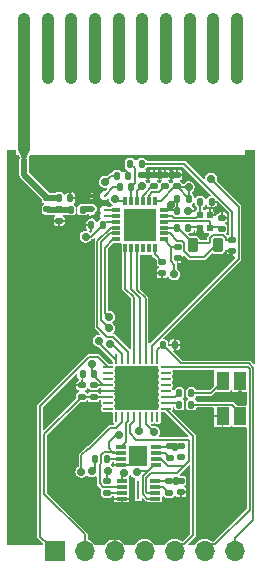
<source format=gtl>
%TF.GenerationSoftware,KiCad,Pcbnew,8.0.5*%
%TF.CreationDate,2024-11-16T16:31:19+01:00*%
%TF.ProjectId,C8W1B1V1.0,43385731-4231-4563-912e-302e6b696361,rev?*%
%TF.SameCoordinates,Original*%
%TF.FileFunction,Copper,L1,Top*%
%TF.FilePolarity,Positive*%
%FSLAX46Y46*%
G04 Gerber Fmt 4.6, Leading zero omitted, Abs format (unit mm)*
G04 Created by KiCad (PCBNEW 8.0.5) date 2024-11-16 16:31:19*
%MOMM*%
%LPD*%
G01*
G04 APERTURE LIST*
G04 Aperture macros list*
%AMRoundRect*
0 Rectangle with rounded corners*
0 $1 Rounding radius*
0 $2 $3 $4 $5 $6 $7 $8 $9 X,Y pos of 4 corners*
0 Add a 4 corners polygon primitive as box body*
4,1,4,$2,$3,$4,$5,$6,$7,$8,$9,$2,$3,0*
0 Add four circle primitives for the rounded corners*
1,1,$1+$1,$2,$3*
1,1,$1+$1,$4,$5*
1,1,$1+$1,$6,$7*
1,1,$1+$1,$8,$9*
0 Add four rect primitives between the rounded corners*
20,1,$1+$1,$2,$3,$4,$5,0*
20,1,$1+$1,$4,$5,$6,$7,0*
20,1,$1+$1,$6,$7,$8,$9,0*
20,1,$1+$1,$8,$9,$2,$3,0*%
%AMOutline4P*
0 Free polygon, 4 corners , with rotation*
0 The origin of the aperture is its center*
0 number of corners: always 4*
0 $1 to $8 corner X, Y*
0 $9 Rotation angle, in degrees counterclockwise*
0 create outline with 4 corners*
4,1,4,$1,$2,$3,$4,$5,$6,$7,$8,$1,$2,$9*%
G04 Aperture macros list end*
%TA.AperFunction,EtchedComponent*%
%ADD10C,1.000000*%
%TD*%
%TA.AperFunction,SMDPad,CuDef*%
%ADD11RoundRect,0.140000X0.170000X-0.140000X0.170000X0.140000X-0.170000X0.140000X-0.170000X-0.140000X0*%
%TD*%
%TA.AperFunction,SMDPad,CuDef*%
%ADD12RoundRect,0.135000X0.135000X0.185000X-0.135000X0.185000X-0.135000X-0.185000X0.135000X-0.185000X0*%
%TD*%
%TA.AperFunction,SMDPad,CuDef*%
%ADD13R,0.500000X0.600000*%
%TD*%
%TA.AperFunction,SMDPad,CuDef*%
%ADD14RoundRect,0.135000X-0.135000X-0.185000X0.135000X-0.185000X0.135000X0.185000X-0.135000X0.185000X0*%
%TD*%
%TA.AperFunction,SMDPad,CuDef*%
%ADD15R,1.100000X1.500000*%
%TD*%
%TA.AperFunction,SMDPad,CuDef*%
%ADD16RoundRect,0.135000X0.185000X-0.135000X0.185000X0.135000X-0.185000X0.135000X-0.185000X-0.135000X0*%
%TD*%
%TA.AperFunction,SMDPad,CuDef*%
%ADD17RoundRect,0.140000X-0.140000X-0.170000X0.140000X-0.170000X0.140000X0.170000X-0.140000X0.170000X0*%
%TD*%
%TA.AperFunction,SMDPad,CuDef*%
%ADD18RoundRect,0.135000X-0.185000X0.135000X-0.185000X-0.135000X0.185000X-0.135000X0.185000X0.135000X0*%
%TD*%
%TA.AperFunction,ComponentPad*%
%ADD19R,1.700000X1.700000*%
%TD*%
%TA.AperFunction,ComponentPad*%
%ADD20O,1.700000X1.700000*%
%TD*%
%TA.AperFunction,SMDPad,CuDef*%
%ADD21RoundRect,0.140000X-0.170000X0.140000X-0.170000X-0.140000X0.170000X-0.140000X0.170000X0.140000X0*%
%TD*%
%TA.AperFunction,SMDPad,CuDef*%
%ADD22RoundRect,0.140000X0.140000X0.170000X-0.140000X0.170000X-0.140000X-0.170000X0.140000X-0.170000X0*%
%TD*%
%TA.AperFunction,SMDPad,CuDef*%
%ADD23C,0.220000*%
%TD*%
%TA.AperFunction,SMDPad,CuDef*%
%ADD24RoundRect,0.147500X0.172500X-0.147500X0.172500X0.147500X-0.172500X0.147500X-0.172500X-0.147500X0*%
%TD*%
%TA.AperFunction,SMDPad,CuDef*%
%ADD25R,0.950000X0.300000*%
%TD*%
%TA.AperFunction,SMDPad,CuDef*%
%ADD26R,0.250000X1.650000*%
%TD*%
%TA.AperFunction,SMDPad,CuDef*%
%ADD27R,0.850000X0.300000*%
%TD*%
%TA.AperFunction,SMDPad,CuDef*%
%ADD28R,1.500000X1.700000*%
%TD*%
%TA.AperFunction,ComponentPad*%
%ADD29C,1.000000*%
%TD*%
%TA.AperFunction,SMDPad,CuDef*%
%ADD30Outline4P,-0.350000X-0.400000X0.350000X-0.400000X0.050000X0.400000X-0.050000X0.400000X180.000000*%
%TD*%
%TA.AperFunction,SMDPad,CuDef*%
%ADD31RoundRect,0.147500X-0.147500X-0.172500X0.147500X-0.172500X0.147500X0.172500X-0.147500X0.172500X0*%
%TD*%
%TA.AperFunction,SMDPad,CuDef*%
%ADD32RoundRect,0.062500X-0.375000X-0.062500X0.375000X-0.062500X0.375000X0.062500X-0.375000X0.062500X0*%
%TD*%
%TA.AperFunction,SMDPad,CuDef*%
%ADD33RoundRect,0.062500X-0.062500X-0.375000X0.062500X-0.375000X0.062500X0.375000X-0.062500X0.375000X0*%
%TD*%
%TA.AperFunction,HeatsinkPad*%
%ADD34R,3.450000X3.450000*%
%TD*%
%TA.AperFunction,SMDPad,CuDef*%
%ADD35RoundRect,0.218750X-0.218750X-0.381250X0.218750X-0.381250X0.218750X0.381250X-0.218750X0.381250X0*%
%TD*%
%TA.AperFunction,SMDPad,CuDef*%
%ADD36R,0.800000X0.300000*%
%TD*%
%TA.AperFunction,SMDPad,CuDef*%
%ADD37R,0.300000X0.800000*%
%TD*%
%TA.AperFunction,SMDPad,CuDef*%
%ADD38R,2.800000X2.800000*%
%TD*%
%TA.AperFunction,ViaPad*%
%ADD39C,0.700000*%
%TD*%
%TA.AperFunction,Conductor*%
%ADD40C,0.160000*%
%TD*%
%TA.AperFunction,Conductor*%
%ADD41C,0.500000*%
%TD*%
%TA.AperFunction,Conductor*%
%ADD42C,0.200000*%
%TD*%
G04 APERTURE END LIST*
D10*
%TO.C,AE1*%
X137940000Y-90970000D02*
X137940000Y-79970000D01*
X139940000Y-79970000D02*
X139940000Y-84970000D01*
X141940000Y-79970000D02*
X141940000Y-84970000D01*
X143940000Y-79970000D02*
X143940000Y-84970000D01*
X145940000Y-79970000D02*
X145940000Y-84970000D01*
X147940000Y-79970000D02*
X147940000Y-84970000D01*
X149940000Y-79970000D02*
X149940000Y-84970000D01*
X151940000Y-79970000D02*
X151940000Y-84970000D01*
X153940000Y-79970000D02*
X153940000Y-84970000D01*
X155940000Y-79970000D02*
X155940000Y-84970000D01*
%TD*%
D11*
%TO.P,C12,1*%
%TO.N,Net-(IC2-XOUT)*%
X154650000Y-97710000D03*
%TO.P,C12,2*%
%TO.N,GND*%
X154650000Y-96750000D03*
%TD*%
%TO.P,C3,1*%
%TO.N,STM_NRST*%
X142820000Y-111900000D03*
%TO.P,C3,2*%
%TO.N,GND*%
X142820000Y-110940000D03*
%TD*%
D12*
%TO.P,R9,1*%
%TO.N,Net-(LED1-A_1)*%
X152100000Y-112577500D03*
%TO.P,R9,2*%
%TO.N,LED_G*%
X151080000Y-112577500D03*
%TD*%
D13*
%TO.P,Y1,1,1*%
%TO.N,Net-(IC2-XOUT)*%
X153640000Y-97620000D03*
%TO.P,Y1,2,2*%
%TO.N,GND*%
X153640000Y-96520000D03*
%TO.P,Y1,3,3*%
%TO.N,Net-(IC2-XIN)*%
X152840000Y-96520000D03*
%TO.P,Y1,4,4*%
%TO.N,GND*%
X152840000Y-97620000D03*
%TD*%
D14*
%TO.P,R4,1*%
%TO.N,Net-(C11-Pad1)*%
X141860000Y-96090000D03*
%TO.P,R4,2*%
%TO.N,Net-(IC3-ANT)*%
X142880000Y-96090000D03*
%TD*%
D15*
%TO.P,LED1,1,K_1*%
%TO.N,GND*%
X156230000Y-110580000D03*
%TO.P,LED1,2,A_1*%
%TO.N,Net-(LED1-A_1)*%
X156230000Y-113580000D03*
%TO.P,LED1,3,K_2*%
%TO.N,GND*%
X154730000Y-113580000D03*
%TO.P,LED1,4,A_2*%
%TO.N,Net-(LED1-A_2)*%
X154730000Y-110580000D03*
%TD*%
D16*
%TO.P,R5,1*%
%TO.N,Net-(IC1-~{WP})*%
X144950000Y-120050000D03*
%TO.P,R5,2*%
%TO.N,+3V3*%
X144950000Y-119030000D03*
%TD*%
D17*
%TO.P,C1,1*%
%TO.N,Net-(IC2-VR_RF)*%
X145810000Y-93190000D03*
%TO.P,C1,2*%
%TO.N,GND*%
X146770000Y-93190000D03*
%TD*%
D18*
%TO.P,R1,1*%
%TO.N,+3V3*%
X143810000Y-110920000D03*
%TO.P,R1,2*%
%TO.N,STM_NRST*%
X143810000Y-111940000D03*
%TD*%
D11*
%TO.P,C7,1*%
%TO.N,Net-(IC2-VREF_VCO)*%
X148900000Y-94100000D03*
%TO.P,C7,2*%
%TO.N,GND*%
X148900000Y-93140000D03*
%TD*%
%TO.P,C6,1*%
%TO.N,+3V3*%
X147930000Y-94100000D03*
%TO.P,C6,2*%
%TO.N,GND*%
X147930000Y-93140000D03*
%TD*%
D19*
%TO.P,J1,1,Pin_1*%
%TO.N,U_RX*%
X140530000Y-125000000D03*
D20*
%TO.P,J1,2,Pin_2*%
%TO.N,STM_NRST*%
X143070000Y-125000000D03*
%TO.P,J1,3,Pin_3*%
%TO.N,GND*%
X145610000Y-125000000D03*
%TO.P,J1,4,Pin_4*%
%TO.N,+3V3*%
X148150000Y-125000000D03*
%TO.P,J1,5,Pin_5*%
%TO.N,U_TX*%
X150690000Y-125000000D03*
%TO.P,J1,6,Pin_6*%
%TO.N,STM_SWDIO*%
X153230000Y-125000000D03*
%TO.P,J1,7,Pin_7*%
%TO.N,STM_SWCLK*%
X155770000Y-125000000D03*
%TD*%
D21*
%TO.P,C20,1*%
%TO.N,+3V3*%
X151240000Y-116070000D03*
%TO.P,C20,2*%
%TO.N,unconnected-(C20-Pad2)*%
X151240000Y-117030000D03*
%TD*%
D22*
%TO.P,C2,1*%
%TO.N,+3V3*%
X143840000Y-109970000D03*
%TO.P,C2,2*%
%TO.N,GND*%
X142880000Y-109970000D03*
%TD*%
D12*
%TO.P,R3,1*%
%TO.N,GND*%
X150670000Y-107510000D03*
%TO.P,R3,2*%
%TO.N,STM_SWCLK*%
X149650000Y-107510000D03*
%TD*%
D23*
%TO.P,IC3,A1,RXP*%
%TO.N,Net-(IC2-RXP)*%
X144740000Y-96590000D03*
%TO.P,IC3,A2,GND_1*%
%TO.N,GND*%
X143680000Y-96590000D03*
%TO.P,IC3,B1,RXN*%
%TO.N,Net-(IC2-RXN)*%
X144740000Y-96090000D03*
%TO.P,IC3,B2,ANT*%
%TO.N,Net-(IC3-ANT)*%
X143680000Y-96090000D03*
%TO.P,IC3,D1,TX*%
%TO.N,Net-(IC3-TX)*%
X144740000Y-94880000D03*
%TO.P,IC3,D2,GND_2*%
%TO.N,GND*%
X143680000Y-94880000D03*
%TD*%
D22*
%TO.P,C13,1*%
%TO.N,GND*%
X153800000Y-95420000D03*
%TO.P,C13,2*%
%TO.N,Net-(IC2-XIN)*%
X152840000Y-95420000D03*
%TD*%
D18*
%TO.P,R6,1*%
%TO.N,+3V3*%
X150210000Y-119010000D03*
%TO.P,R6,2*%
%TO.N,Net-(IC1-~{HOLD})*%
X150210000Y-120030000D03*
%TD*%
D11*
%TO.P,C8,1*%
%TO.N,Net-(IC2-VR_SYNTH)*%
X149870000Y-94100000D03*
%TO.P,C8,2*%
%TO.N,GND*%
X149870000Y-93140000D03*
%TD*%
D24*
%TO.P,L3,1,1*%
%TO.N,Net-(C11-Pad1)*%
X139910000Y-96060000D03*
%TO.P,L3,2,2*%
%TO.N,Net-(AE1-A)*%
X139910000Y-95090000D03*
%TD*%
D17*
%TO.P,C14,1*%
%TO.N,/Radio/vsmps*%
X150890000Y-97620000D03*
%TO.P,C14,2*%
%TO.N,GND*%
X151850000Y-97620000D03*
%TD*%
D18*
%TO.P,R8,1*%
%TO.N,+3V3*%
X150270000Y-116070000D03*
%TO.P,R8,2*%
%TO.N,Net-(IC4-~{HOLD})*%
X150270000Y-117090000D03*
%TD*%
D25*
%TO.P,IC1,1,~{CS}*%
%TO.N,FLASH_CS*%
X146200000Y-119040000D03*
%TO.P,IC1,2,SO*%
%TO.N,MEM_MISO*%
X146200000Y-119540000D03*
%TO.P,IC1,3,~{WP}*%
%TO.N,Net-(IC1-~{WP})*%
X146200000Y-120040000D03*
%TO.P,IC1,4,GND*%
%TO.N,GND*%
X146200000Y-120540000D03*
%TO.P,IC1,5,SI*%
%TO.N,MEM_MOSI*%
X149000000Y-120540000D03*
%TO.P,IC1,6,SCK*%
%TO.N,MEM_SCK*%
X149000000Y-120040000D03*
%TO.P,IC1,7,~{HOLD}*%
%TO.N,Net-(IC1-~{HOLD})*%
X149000000Y-119540000D03*
%TO.P,IC1,8,VCC*%
%TO.N,+3V3*%
X149000000Y-119040000D03*
D26*
%TO.P,IC1,9,EP*%
%TO.N,unconnected-(IC1-EP-Pad9)*%
X147600000Y-119790000D03*
%TD*%
D27*
%TO.P,IC4,1,~{CS}*%
%TO.N,FRAM_CS*%
X146160000Y-116170000D03*
%TO.P,IC4,2,SO*%
%TO.N,MEM_MISO*%
X146160000Y-116670000D03*
%TO.P,IC4,3,~{WP}*%
%TO.N,Net-(IC4-~{WP})*%
X146160000Y-117170000D03*
%TO.P,IC4,4,VSS*%
%TO.N,GND*%
X146160000Y-117670000D03*
%TO.P,IC4,5,SI*%
%TO.N,MEM_MOSI*%
X149060000Y-117670000D03*
%TO.P,IC4,6,SCK*%
%TO.N,MEM_SCK*%
X149060000Y-117170000D03*
%TO.P,IC4,7,~{HOLD}*%
%TO.N,Net-(IC4-~{HOLD})*%
X149060000Y-116670000D03*
%TO.P,IC4,8,VDD*%
%TO.N,+3V3*%
X149060000Y-116170000D03*
D28*
%TO.P,IC4,9,EP*%
%TO.N,GND*%
X147610000Y-116920000D03*
%TD*%
D11*
%TO.P,C9,1*%
%TO.N,+3V3*%
X150840000Y-94100000D03*
%TO.P,C9,2*%
%TO.N,GND*%
X150840000Y-93140000D03*
%TD*%
%TO.P,C19,1*%
%TO.N,GND*%
X151200000Y-119990000D03*
%TO.P,C19,2*%
%TO.N,+3V3*%
X151200000Y-119030000D03*
%TD*%
D22*
%TO.P,C4,1*%
%TO.N,Net-(IC2-TX)*%
X146970000Y-94170000D03*
%TO.P,C4,2*%
%TO.N,Net-(IC3-TX)*%
X146010000Y-94170000D03*
%TD*%
D17*
%TO.P,C18,1*%
%TO.N,Net-(AE1-A)*%
X140880000Y-95090000D03*
%TO.P,C18,2*%
%TO.N,GND*%
X141840000Y-95090000D03*
%TD*%
D21*
%TO.P,C11,1*%
%TO.N,Net-(C11-Pad1)*%
X140900000Y-96060000D03*
%TO.P,C11,2*%
%TO.N,GND*%
X140900000Y-97020000D03*
%TD*%
D12*
%TO.P,R2,1*%
%TO.N,+3V3*%
X151890000Y-95170000D03*
%TO.P,R2,2*%
%TO.N,S2LP_SDN*%
X150870000Y-95170000D03*
%TD*%
D29*
%TO.P,AE1,*%
%TO.N,*%
X137940000Y-79970000D03*
X139940000Y-79970000D03*
X139940000Y-84970000D03*
X141940000Y-79970000D03*
X141940000Y-84970000D03*
X143940000Y-79970000D03*
X143940000Y-84970000D03*
X145940000Y-79970000D03*
X145940000Y-84970000D03*
X147940000Y-79970000D03*
X147940000Y-84970000D03*
X149940000Y-79970000D03*
X149940000Y-84970000D03*
X151940000Y-79970000D03*
X151940000Y-84970000D03*
X153940000Y-79970000D03*
X153940000Y-84970000D03*
X155940000Y-79970000D03*
X155940000Y-84970000D03*
D30*
%TO.P,AE1,1,A*%
%TO.N,Net-(AE1-A)*%
X137940000Y-91670000D03*
%TD*%
D21*
%TO.P,C16,1*%
%TO.N,Net-(IC2-VR_DIG)*%
X149640000Y-100480000D03*
%TO.P,C16,2*%
%TO.N,GND*%
X149640000Y-101440000D03*
%TD*%
D12*
%TO.P,R10,1*%
%TO.N,Net-(LED1-A_2)*%
X152100000Y-111577500D03*
%TO.P,R10,2*%
%TO.N,LED_R*%
X151080000Y-111577500D03*
%TD*%
D31*
%TO.P,L1,1,1*%
%TO.N,Net-(IC2-TX)*%
X146915000Y-92190000D03*
%TO.P,L1,2,2*%
%TO.N,/Radio/vsmps*%
X147885000Y-92190000D03*
%TD*%
D21*
%TO.P,C15,1*%
%TO.N,+3V3*%
X150920000Y-99210000D03*
%TO.P,C15,2*%
%TO.N,GND*%
X150920000Y-100170000D03*
%TD*%
D22*
%TO.P,C17,1*%
%TO.N,+3V3*%
X144590000Y-97370000D03*
%TO.P,C17,2*%
%TO.N,GND*%
X143630000Y-97370000D03*
%TD*%
D21*
%TO.P,C5,1*%
%TO.N,/Radio/vsmps*%
X155540000Y-98630000D03*
%TO.P,C5,2*%
%TO.N,GND*%
X155540000Y-99590000D03*
%TD*%
D32*
%TO.P,U1,1,PB9*%
%TO.N,U_RX*%
X145032500Y-109420000D03*
%TO.P,U1,2,PC14*%
%TO.N,unconnected-(U1-PC14-Pad2)*%
X145032500Y-109920000D03*
%TO.P,U1,3,PC15*%
%TO.N,unconnected-(U1-PC15-Pad3)*%
X145032500Y-110420000D03*
%TO.P,U1,4,VDD*%
%TO.N,+3V3*%
X145032500Y-110920000D03*
%TO.P,U1,5,VSS*%
%TO.N,GND*%
X145032500Y-111420000D03*
%TO.P,U1,6,PF2*%
%TO.N,STM_NRST*%
X145032500Y-111920000D03*
%TO.P,U1,7,PA0*%
%TO.N,unconnected-(U1-PA0-Pad7)*%
X145032500Y-112420000D03*
%TO.P,U1,8,PA1*%
%TO.N,unconnected-(U1-PA1-Pad8)*%
X145032500Y-112920000D03*
D33*
%TO.P,U1,9,PA2*%
%TO.N,unconnected-(U1-PA2-Pad9)*%
X145720000Y-113607500D03*
%TO.P,U1,10,PA3*%
%TO.N,FLASH_CS*%
X146220000Y-113607500D03*
%TO.P,U1,11,PA4*%
%TO.N,FRAM_CS*%
X146720000Y-113607500D03*
%TO.P,U1,12,PA5*%
%TO.N,MEM_SCK*%
X147220000Y-113607500D03*
%TO.P,U1,13,PA6*%
%TO.N,MEM_MISO*%
X147720000Y-113607500D03*
%TO.P,U1,14,PA7*%
%TO.N,MEM_MOSI*%
X148220000Y-113607500D03*
%TO.P,U1,15,PB0*%
%TO.N,unconnected-(U1-PB0-Pad15)*%
X148720000Y-113607500D03*
%TO.P,U1,16,PB1*%
%TO.N,unconnected-(U1-PB1-Pad16)*%
X149220000Y-113607500D03*
D32*
%TO.P,U1,17,PB2*%
%TO.N,U_TX*%
X149907500Y-112920000D03*
%TO.P,U1,18,PA8*%
%TO.N,LED_G*%
X149907500Y-112420000D03*
%TO.P,U1,19,PA9/NC*%
%TO.N,LED_R*%
X149907500Y-111920000D03*
%TO.P,U1,20,PC6*%
%TO.N,unconnected-(U1-PC6-Pad20)*%
X149907500Y-111420000D03*
%TO.P,U1,21,PA10/NC*%
%TO.N,unconnected-(U1-PA10{slash}NC-Pad21)*%
X149907500Y-110920000D03*
%TO.P,U1,22,PA11/PA9*%
%TO.N,unconnected-(U1-PA11{slash}PA9-Pad22)*%
X149907500Y-110420000D03*
%TO.P,U1,23,PA12/PA10*%
%TO.N,unconnected-(U1-PA12{slash}PA10-Pad23)*%
X149907500Y-109920000D03*
%TO.P,U1,24,PA13*%
%TO.N,STM_SWDIO*%
X149907500Y-109420000D03*
D33*
%TO.P,U1,25,PA14*%
%TO.N,STM_SWCLK*%
X149220000Y-108732500D03*
%TO.P,U1,26,PA15*%
%TO.N,S2LP_SDN*%
X148720000Y-108732500D03*
%TO.P,U1,27,PB3*%
%TO.N,S2LP_CS*%
X148220000Y-108732500D03*
%TO.P,U1,28,PB4*%
%TO.N,S2LP_GPIO0*%
X147720000Y-108732500D03*
%TO.P,U1,29,PB5*%
%TO.N,S2LP_GPIO1*%
X147220000Y-108732500D03*
%TO.P,U1,30,PB6*%
%TO.N,S2LP_MISO*%
X146720000Y-108732500D03*
%TO.P,U1,31,PB7*%
%TO.N,S2LP_MOSI*%
X146220000Y-108732500D03*
%TO.P,U1,32,PB8*%
%TO.N,S2LP_CLK*%
X145720000Y-108732500D03*
D34*
%TO.P,U1,33,VSS*%
%TO.N,GND*%
X147470000Y-111170000D03*
%TD*%
D17*
%TO.P,C10,1*%
%TO.N,S2LP_SDN*%
X150880000Y-96160000D03*
%TO.P,C10,2*%
%TO.N,GND*%
X151840000Y-96160000D03*
%TD*%
D35*
%TO.P,L2,1,1*%
%TO.N,/Radio/vsmps*%
X152217500Y-99070000D03*
%TO.P,L2,2,2*%
%TO.N,Net-(IC2-SMPS1)*%
X154342500Y-99070000D03*
%TD*%
D12*
%TO.P,R7,1*%
%TO.N,Net-(IC4-~{WP})*%
X144980000Y-117180000D03*
%TO.P,R7,2*%
%TO.N,+3V3*%
X143960000Y-117180000D03*
%TD*%
D36*
%TO.P,IC2,1,VDD_SMPS*%
%TO.N,+3V3*%
X149740000Y-98590000D03*
%TO.P,IC2,2,SMPS1*%
%TO.N,Net-(IC2-SMPS1)*%
X149740000Y-98090000D03*
%TO.P,IC2,3,SMPS2*%
%TO.N,/Radio/vsmps*%
X149740000Y-97590000D03*
%TO.P,IC2,4,XOUT*%
%TO.N,Net-(IC2-XOUT)*%
X149740000Y-97090000D03*
%TO.P,IC2,5,XIN*%
%TO.N,Net-(IC2-XIN)*%
X149740000Y-96590000D03*
%TO.P,IC2,6,SDN*%
%TO.N,S2LP_SDN*%
X149740000Y-96090000D03*
D37*
%TO.P,IC2,7,VDD_A_SYNTH*%
%TO.N,+3V3*%
X148990000Y-95340000D03*
%TO.P,IC2,8,VR_SYNTH*%
%TO.N,Net-(IC2-VR_SYNTH)*%
X148490000Y-95340000D03*
%TO.P,IC2,9,VREF_VCO*%
%TO.N,Net-(IC2-VREF_VCO)*%
X147990000Y-95340000D03*
%TO.P,IC2,10,VDD_TCXO*%
%TO.N,+3V3*%
X147490000Y-95340000D03*
%TO.P,IC2,11,TX*%
%TO.N,Net-(IC2-TX)*%
X146990000Y-95340000D03*
%TO.P,IC2,12,VR_RF*%
%TO.N,Net-(IC2-VR_RF)*%
X146490000Y-95340000D03*
D36*
%TO.P,IC2,13,RXN*%
%TO.N,Net-(IC2-RXN)*%
X145740000Y-96090000D03*
%TO.P,IC2,14,RXP*%
%TO.N,Net-(IC2-RXP)*%
X145740000Y-96590000D03*
%TO.P,IC2,15,VDD_DIG_RX*%
%TO.N,+3V3*%
X145740000Y-97090000D03*
%TO.P,IC2,16,SDO*%
%TO.N,S2LP_MISO*%
X145740000Y-97590000D03*
%TO.P,IC2,17,SDI*%
%TO.N,S2LP_MOSI*%
X145740000Y-98090000D03*
%TO.P,IC2,18,SCLK*%
%TO.N,S2LP_CLK*%
X145740000Y-98590000D03*
D37*
%TO.P,IC2,19,CSN*%
%TO.N,S2LP_GPIO1*%
X146490000Y-99340000D03*
%TO.P,IC2,20,GPIO0*%
%TO.N,S2LP_GPIO0*%
X146990000Y-99340000D03*
%TO.P,IC2,21,GPIO1*%
%TO.N,S2LP_CS*%
X147490000Y-99340000D03*
%TO.P,IC2,22,GPIO2*%
%TO.N,unconnected-(IC2-GPIO2-Pad22)*%
X147990000Y-99340000D03*
%TO.P,IC2,23,GPIO3*%
%TO.N,unconnected-(IC2-GPIO3-Pad23)*%
X148490000Y-99340000D03*
%TO.P,IC2,24,VR_DIG*%
%TO.N,Net-(IC2-VR_DIG)*%
X148990000Y-99340000D03*
D38*
%TO.P,IC2,25,GND*%
%TO.N,GND*%
X147740000Y-97340000D03*
%TD*%
D39*
%TO.N,GND*%
X147610000Y-116920000D03*
X145700000Y-101280000D03*
X146100000Y-104990000D03*
X154280000Y-96130000D03*
X153610000Y-110230000D03*
X155260000Y-100170000D03*
X152790000Y-98040000D03*
X145970000Y-103810000D03*
X142870000Y-94820000D03*
X141880000Y-111200000D03*
X151840000Y-96160000D03*
X141830000Y-94370000D03*
X140770000Y-98100000D03*
X151530000Y-100550000D03*
X150420000Y-93140000D03*
X146080000Y-92300000D03*
X147740000Y-97340000D03*
X145620000Y-99730000D03*
X154760000Y-111850000D03*
X139840000Y-97210000D03*
X148440000Y-93140000D03*
X147470000Y-111170000D03*
X156240000Y-111810000D03*
X149440000Y-93140000D03*
X143700000Y-94140000D03*
X144085000Y-95285000D03*
X150550000Y-114790000D03*
%TO.N,Net-(IC2-VR_RF)*%
X144770000Y-93720000D03*
X145630000Y-95180000D03*
%TO.N,+3V3*%
X143650000Y-118230000D03*
X143680000Y-109170000D03*
X143140000Y-98360000D03*
X151860000Y-94170000D03*
X145070000Y-118200000D03*
X150740000Y-116170000D03*
X150800000Y-119040000D03*
X150630000Y-101550000D03*
X147930000Y-94100000D03*
%TO.N,S2LP_SDN*%
X153730000Y-93460000D03*
X150385000Y-95655000D03*
%TO.N,MEM_MOSI*%
X148930000Y-114910000D03*
X147450000Y-118310000D03*
%TO.N,FLASH_CS*%
X142780000Y-118280000D03*
X146400000Y-118390000D03*
%TO.N,MEM_MISO*%
X145950000Y-115162194D03*
X147640000Y-114820000D03*
%TO.N,S2LP_CLK*%
X145130000Y-105150000D03*
X144260000Y-107180000D03*
%TO.N,S2LP_MOSI*%
X145190000Y-107470000D03*
X145150000Y-106110000D03*
%TD*%
D40*
%TO.N,GND*%
X147930000Y-93140000D02*
X148440000Y-93140000D01*
X146860000Y-117670000D02*
X147610000Y-116920000D01*
X155540000Y-99590000D02*
X155540000Y-99890000D01*
X146160000Y-117670000D02*
X146860000Y-117670000D01*
X148440000Y-93140000D02*
X149440000Y-93140000D01*
X143680000Y-96590000D02*
X143835563Y-96590000D01*
X144170000Y-95370000D02*
X144085000Y-95285000D01*
X145032500Y-111420000D02*
X147220000Y-111420000D01*
X144170000Y-96255563D02*
X144170000Y-95370000D01*
X143835563Y-96590000D02*
X144170000Y-96255563D01*
X155540000Y-99890000D02*
X155260000Y-100170000D01*
X146770000Y-92990000D02*
X146080000Y-92300000D01*
X151840000Y-97580000D02*
X152830000Y-97580000D01*
X149440000Y-93140000D02*
X150420000Y-93140000D01*
X147220000Y-111420000D02*
X147470000Y-111170000D01*
X150420000Y-93140000D02*
X150840000Y-93140000D01*
X152790000Y-97670000D02*
X152840000Y-97620000D01*
X146770000Y-93190000D02*
X146770000Y-92990000D01*
X144085000Y-95285000D02*
X143680000Y-94880000D01*
X152790000Y-98040000D02*
X152790000Y-97670000D01*
%TO.N,Net-(IC2-VR_RF)*%
X146490000Y-95340000D02*
X145790000Y-95340000D01*
X145300000Y-93190000D02*
X144770000Y-93720000D01*
X145790000Y-95340000D02*
X145630000Y-95180000D01*
X145810000Y-93190000D02*
X145300000Y-93190000D01*
%TO.N,+3V3*%
X150910000Y-94170000D02*
X150840000Y-94100000D01*
X143140000Y-98360000D02*
X143060000Y-98360000D01*
X150360000Y-100461282D02*
X150630000Y-100731282D01*
X143680000Y-110004999D02*
X144595001Y-110920000D01*
X143960000Y-117180000D02*
X143960000Y-117920000D01*
X151890000Y-95170000D02*
X151890000Y-95150000D01*
X150360000Y-99210000D02*
X149740000Y-98590000D01*
X150360000Y-99210000D02*
X150360000Y-100461282D01*
X143680000Y-109170000D02*
X143680000Y-110004999D01*
X143740000Y-118140000D02*
X143650000Y-118230000D01*
X147490000Y-95340000D02*
X147490000Y-94540000D01*
X147490000Y-94540000D02*
X147930000Y-94100000D01*
X144590000Y-97370000D02*
X143600000Y-98360000D01*
X151190000Y-119040000D02*
X151200000Y-119030000D01*
X150630000Y-101550000D02*
X150630000Y-101630000D01*
X151860000Y-94170000D02*
X151860000Y-95140000D01*
X149060000Y-116170000D02*
X150740000Y-116170000D01*
X149481282Y-95340000D02*
X150721282Y-94100000D01*
X143650000Y-118230000D02*
X143610000Y-118230000D01*
X144950000Y-118320000D02*
X145070000Y-118200000D01*
X145032500Y-110920000D02*
X143810000Y-110920000D01*
X144870000Y-97090000D02*
X145740000Y-97090000D01*
X150630000Y-100731282D02*
X150630000Y-101550000D01*
X144950000Y-119030000D02*
X144950000Y-118320000D01*
X144595001Y-110920000D02*
X145032500Y-110920000D01*
X150740000Y-116170000D02*
X151140000Y-116170000D01*
X151860000Y-94170000D02*
X150910000Y-94170000D01*
X150920000Y-99210000D02*
X150360000Y-99210000D01*
X148990000Y-95340000D02*
X149481282Y-95340000D01*
X151860000Y-95140000D02*
X151890000Y-95170000D01*
X151890000Y-95150000D02*
X150840000Y-94100000D01*
X143600000Y-98360000D02*
X143140000Y-98360000D01*
X150800000Y-119040000D02*
X151190000Y-119040000D01*
X149000000Y-119040000D02*
X150800000Y-119040000D01*
X151140000Y-116170000D02*
X151240000Y-116070000D01*
X144590000Y-97370000D02*
X144870000Y-97090000D01*
X150721282Y-94100000D02*
X150840000Y-94100000D01*
X143960000Y-117920000D02*
X143740000Y-118140000D01*
D41*
%TO.N,Net-(AE1-A)*%
X137940000Y-93120000D02*
X137940000Y-91880000D01*
X139910000Y-95090000D02*
X137940000Y-93120000D01*
X139910000Y-95090000D02*
X140880000Y-95090000D01*
D40*
%TO.N,Net-(IC3-TX)*%
X146010000Y-94170000D02*
X145450000Y-94170000D01*
X145450000Y-94170000D02*
X144740000Y-94880000D01*
%TO.N,Net-(IC2-TX)*%
X147290000Y-93850000D02*
X147290000Y-92565000D01*
X146990000Y-94190000D02*
X146970000Y-94170000D01*
X146970000Y-94170000D02*
X147290000Y-93850000D01*
X147290000Y-92565000D02*
X146915000Y-92190000D01*
X146990000Y-95340000D02*
X146990000Y-94190000D01*
%TO.N,/Radio/vsmps*%
X152220000Y-98920000D02*
X150880000Y-97580000D01*
X149740000Y-97590000D02*
X150860000Y-97590000D01*
X155540000Y-96240000D02*
X155540000Y-98630000D01*
X154757332Y-98230000D02*
X153927668Y-98230000D01*
X153550000Y-98920000D02*
X152220000Y-98920000D01*
X151490000Y-92190000D02*
X155540000Y-96240000D01*
X153927668Y-98230000D02*
X153665000Y-98492668D01*
X155540000Y-98630000D02*
X155020000Y-98630000D01*
X153665000Y-98492668D02*
X153665000Y-98805000D01*
X150860000Y-97590000D02*
X150890000Y-97620000D01*
X155020000Y-98630000D02*
X155020000Y-98492668D01*
X147885000Y-92190000D02*
X151490000Y-92190000D01*
X155020000Y-98492668D02*
X154757332Y-98230000D01*
X153665000Y-98805000D02*
X153550000Y-98920000D01*
%TO.N,Net-(IC2-VREF_VCO)*%
X148781282Y-94100000D02*
X148900000Y-94100000D01*
X147990000Y-95340000D02*
X147990000Y-94891282D01*
X147990000Y-94891282D02*
X148781282Y-94100000D01*
%TO.N,Net-(IC2-VR_SYNTH)*%
X148770000Y-94620000D02*
X149350000Y-94620000D01*
X149350000Y-94620000D02*
X149870000Y-94100000D01*
X148490000Y-94900000D02*
X148770000Y-94620000D01*
X148490000Y-95340000D02*
X148490000Y-94900000D01*
%TO.N,S2LP_SDN*%
X150880000Y-95180000D02*
X150870000Y-95170000D01*
X153990000Y-93460000D02*
X153730000Y-93460000D01*
X149740000Y-96090000D02*
X149950000Y-96090000D01*
X149950000Y-96090000D02*
X150385000Y-95655000D01*
X150810000Y-96090000D02*
X150880000Y-96160000D01*
X150385000Y-95655000D02*
X150870000Y-95170000D01*
X156090000Y-95820000D02*
X153730000Y-93460000D01*
X149740000Y-96090000D02*
X150810000Y-96090000D01*
X148720000Y-107585928D02*
X156090000Y-100215928D01*
X150880000Y-96160000D02*
X150880000Y-95180000D01*
X148720000Y-108732500D02*
X148720000Y-107585928D01*
X156090000Y-100215928D02*
X156090000Y-95820000D01*
D41*
%TO.N,Net-(C11-Pad1)*%
X141860000Y-96090000D02*
X139940000Y-96090000D01*
X139940000Y-96090000D02*
X139910000Y-96060000D01*
D40*
%TO.N,Net-(IC2-XOUT)*%
X154520000Y-97580000D02*
X154650000Y-97710000D01*
X149760000Y-97070000D02*
X153580000Y-97070000D01*
X153580000Y-97070000D02*
X153630000Y-97120000D01*
X153630000Y-97580000D02*
X154520000Y-97580000D01*
X153630000Y-97120000D02*
X153630000Y-97580000D01*
X149740000Y-97090000D02*
X149760000Y-97070000D01*
%TO.N,Net-(IC2-XIN)*%
X152470000Y-96750000D02*
X152840000Y-96380000D01*
X150458718Y-96590000D02*
X150618718Y-96750000D01*
X149740000Y-96590000D02*
X150458718Y-96590000D01*
X150618718Y-96750000D02*
X152470000Y-96750000D01*
X152830000Y-95460000D02*
X152780000Y-95410000D01*
X152830000Y-96480000D02*
X152830000Y-95460000D01*
%TO.N,Net-(IC2-VR_DIG)*%
X148990000Y-99830000D02*
X149640000Y-100480000D01*
X148990000Y-99340000D02*
X148990000Y-99830000D01*
%TO.N,Net-(IC1-~{WP})*%
X146200000Y-120040000D02*
X144960000Y-120040000D01*
X144960000Y-120040000D02*
X144950000Y-120050000D01*
%TO.N,MEM_MOSI*%
X148370000Y-120540000D02*
X149000000Y-120540000D01*
X148930000Y-114910000D02*
X148220000Y-114200000D01*
X148937452Y-117670000D02*
X148413726Y-118193726D01*
X147965000Y-118642452D02*
X147965000Y-120135000D01*
X148220000Y-114200000D02*
X148220000Y-113607500D01*
X147450000Y-118310000D02*
X147566274Y-118193726D01*
X147566274Y-118193726D02*
X148413726Y-118193726D01*
X149060000Y-117670000D02*
X148937452Y-117670000D01*
X147965000Y-120135000D02*
X148370000Y-120540000D01*
X148413726Y-118193726D02*
X147965000Y-118642452D01*
%TO.N,FLASH_CS*%
X145704999Y-114560000D02*
X146220000Y-114044999D01*
X146200000Y-118590000D02*
X146400000Y-118390000D01*
X143450000Y-116340000D02*
X145230000Y-114560000D01*
X142780000Y-116870000D02*
X143310000Y-116340000D01*
X146200000Y-119040000D02*
X146200000Y-118590000D01*
X146220000Y-114044999D02*
X146220000Y-113607500D01*
X143310000Y-116340000D02*
X143450000Y-116340000D01*
X145230000Y-114560000D02*
X145704999Y-114560000D01*
X142780000Y-118280000D02*
X142780000Y-116870000D01*
%TO.N,MEM_MISO*%
X145555000Y-116620000D02*
X145605000Y-116670000D01*
X144685928Y-116620000D02*
X145555000Y-116620000D01*
X144605928Y-119540000D02*
X144320000Y-119254072D01*
X147720000Y-114740000D02*
X147640000Y-114820000D01*
X145500000Y-116670000D02*
X145605000Y-116670000D01*
X147720000Y-113607500D02*
X147720000Y-114740000D01*
X144470000Y-117524072D02*
X144470000Y-116835928D01*
X145950000Y-115162194D02*
X145677806Y-115162194D01*
X145677806Y-115162194D02*
X145120000Y-115720000D01*
X144320000Y-119254072D02*
X144320000Y-117674072D01*
X144470000Y-116835928D02*
X144685928Y-116620000D01*
X145120000Y-116290000D02*
X145500000Y-116670000D01*
X145120000Y-115720000D02*
X145120000Y-116290000D01*
X146200000Y-119540000D02*
X144605928Y-119540000D01*
X144320000Y-117674072D02*
X144470000Y-117524072D01*
X146160000Y-116670000D02*
X145605000Y-116670000D01*
%TO.N,Net-(IC1-~{HOLD})*%
X149720000Y-119540000D02*
X149000000Y-119540000D01*
X150210000Y-120030000D02*
X149720000Y-119540000D01*
%TO.N,MEM_SCK*%
X147220000Y-113607500D02*
X147220000Y-113974532D01*
X150908718Y-115550000D02*
X151830000Y-115550000D01*
X151830000Y-115550000D02*
X151900000Y-115620000D01*
X148285000Y-118775000D02*
X148285000Y-119960000D01*
X150131569Y-117805641D02*
X151445641Y-117805641D01*
X151900000Y-117351282D02*
X151445641Y-117805641D01*
X151445641Y-117805641D02*
X150901282Y-118350000D01*
X147220000Y-113974532D02*
X146890000Y-114304532D01*
X150898718Y-115560000D02*
X150908718Y-115550000D01*
X149495928Y-117170000D02*
X150131569Y-117805641D01*
X148710000Y-118350000D02*
X148285000Y-118775000D01*
X149060000Y-117170000D02*
X149495928Y-117170000D01*
X148365000Y-120040000D02*
X149000000Y-120040000D01*
X147440000Y-115560000D02*
X150898718Y-115560000D01*
X146890000Y-114304532D02*
X146890000Y-115010000D01*
X146890000Y-115010000D02*
X147440000Y-115560000D01*
X148285000Y-119960000D02*
X148365000Y-120040000D01*
X151900000Y-115620000D02*
X151900000Y-117351282D01*
X150901282Y-118350000D02*
X148710000Y-118350000D01*
%TO.N,S2LP_MISO*%
X146720000Y-108732500D02*
X146720000Y-108095468D01*
X146720000Y-108095468D02*
X145464532Y-106840000D01*
X145270000Y-97590000D02*
X145740000Y-97590000D01*
X144141274Y-98718726D02*
X145270000Y-97590000D01*
X145464532Y-106840000D02*
X144960000Y-106840000D01*
X144141274Y-106021274D02*
X144141274Y-98718726D01*
X144960000Y-106840000D02*
X144141274Y-106021274D01*
%TO.N,S2LP_CLK*%
X145595001Y-108732500D02*
X145720000Y-108732500D01*
X144260000Y-107180000D02*
X144260000Y-107397499D01*
X144781274Y-104801274D02*
X144781274Y-99298726D01*
X144781274Y-99298726D02*
X145490000Y-98590000D01*
X145490000Y-98590000D02*
X145740000Y-98590000D01*
X144260000Y-107397499D02*
X145595001Y-108732500D01*
X145130000Y-105150000D02*
X144781274Y-104801274D01*
%TO.N,S2LP_MOSI*%
X146220000Y-108295001D02*
X146220000Y-108732500D01*
X145190000Y-107470000D02*
X145394999Y-107470000D01*
X144461274Y-105421274D02*
X144461274Y-98851274D01*
X145150000Y-106110000D02*
X144461274Y-105421274D01*
X144461274Y-98851274D02*
X145222548Y-98090000D01*
X145222548Y-98090000D02*
X145740000Y-98090000D01*
X145394999Y-107470000D02*
X146220000Y-108295001D01*
D41*
%TO.N,Net-(IC3-ANT)*%
X142990000Y-95980000D02*
X143680000Y-95980000D01*
X142880000Y-96090000D02*
X142990000Y-95980000D01*
D40*
%TO.N,FRAM_CS*%
X146540000Y-114160000D02*
X146720000Y-113980000D01*
X146160000Y-116170000D02*
X146540000Y-115790000D01*
X146720000Y-113980000D02*
X146720000Y-113607500D01*
X146540000Y-115790000D02*
X146540000Y-114160000D01*
%TO.N,Net-(IC4-~{WP})*%
X144980000Y-117180000D02*
X146150000Y-117180000D01*
X146150000Y-117180000D02*
X146160000Y-117170000D01*
%TO.N,Net-(IC4-~{HOLD})*%
X149060000Y-116670000D02*
X149850000Y-116670000D01*
X149850000Y-116670000D02*
X150270000Y-117090000D01*
%TO.N,Net-(LED1-A_2)*%
X153732500Y-111577500D02*
X154730000Y-110580000D01*
X152100000Y-111577500D02*
X153732500Y-111577500D01*
%TO.N,Net-(LED1-A_1)*%
X152100000Y-112577500D02*
X152147500Y-112530000D01*
X156230000Y-113580000D02*
X156230000Y-113300000D01*
X156230000Y-113300000D02*
X155507500Y-112577500D01*
D42*
X156230000Y-113180000D02*
X156230000Y-113580000D01*
D40*
X155507500Y-112577500D02*
X152100000Y-112577500D01*
%TO.N,STM_SWCLK*%
X157340000Y-109457452D02*
X157340000Y-122320000D01*
X149650000Y-107510000D02*
X151240000Y-109100000D01*
X149220000Y-107940000D02*
X149650000Y-107510000D01*
X151240000Y-109100000D02*
X156982548Y-109100000D01*
X157340000Y-122320000D02*
X155770000Y-123890000D01*
X156982548Y-109100000D02*
X157340000Y-109457452D01*
X149220000Y-108732500D02*
X149220000Y-107940000D01*
X155770000Y-123890000D02*
X155770000Y-124420000D01*
%TO.N,LED_G*%
X150922500Y-112420000D02*
X151080000Y-112577500D01*
X149907500Y-112420000D02*
X150922500Y-112420000D01*
%TO.N,LED_R*%
X149907500Y-111920000D02*
X150737500Y-111920000D01*
X150737500Y-111920000D02*
X151080000Y-111577500D01*
%TO.N,S2LP_GPIO1*%
X147220000Y-103510000D02*
X146490000Y-102780000D01*
X147220000Y-108732500D02*
X147220000Y-103510000D01*
X146490000Y-102780000D02*
X146490000Y-99340000D01*
%TO.N,S2LP_CS*%
X147490000Y-102870000D02*
X147490000Y-99340000D01*
X148210000Y-108722500D02*
X148210000Y-103590000D01*
X148220000Y-108732500D02*
X148210000Y-108722500D01*
X148210000Y-103590000D02*
X147490000Y-102870000D01*
D42*
%TO.N,Net-(IC2-RXN)*%
X144740000Y-96090000D02*
X145740000Y-96090000D01*
D40*
%TO.N,Net-(IC2-SMPS1)*%
X151968202Y-100078202D02*
X153164298Y-100078202D01*
X150900000Y-98690000D02*
X151260000Y-98690000D01*
X149740000Y-98090000D02*
X150300000Y-98090000D01*
X151490000Y-98920000D02*
X151490000Y-99600000D01*
X150300000Y-98090000D02*
X150900000Y-98690000D01*
X151260000Y-98690000D02*
X151490000Y-98920000D01*
X151490000Y-99600000D02*
X151968202Y-100078202D01*
X153164298Y-100078202D02*
X154292500Y-98950000D01*
%TO.N,S2LP_GPIO0*%
X147720000Y-103557452D02*
X146990000Y-102827452D01*
X146990000Y-102827452D02*
X146990000Y-99340000D01*
X147720000Y-108732500D02*
X147720000Y-103557452D01*
D42*
%TO.N,Net-(IC2-RXP)*%
X144740000Y-96590000D02*
X145740000Y-96590000D01*
D40*
%TO.N,STM_SWDIO*%
X157020000Y-109590000D02*
X157020000Y-121510000D01*
X149907500Y-109420000D02*
X156850000Y-109420000D01*
X156850000Y-109420000D02*
X157020000Y-109590000D01*
X157020000Y-121510000D02*
X154110000Y-124420000D01*
X154110000Y-124420000D02*
X153230000Y-124420000D01*
%TO.N,STM_NRST*%
X139620000Y-120130000D02*
X143070000Y-123580000D01*
X145032500Y-111920000D02*
X142840000Y-111920000D01*
X143070000Y-123580000D02*
X143070000Y-124420000D01*
X142820000Y-111900000D02*
X139620000Y-115100000D01*
X139620000Y-115100000D02*
X139620000Y-120130000D01*
X142840000Y-111920000D02*
X142820000Y-111900000D01*
%TO.N,U_TX*%
X152220000Y-123640000D02*
X151440000Y-124420000D01*
X149907500Y-112920000D02*
X152220000Y-115232500D01*
X151440000Y-124420000D02*
X150690000Y-124420000D01*
X152220000Y-115232500D02*
X152220000Y-123640000D01*
%TO.N,U_RX*%
X145032500Y-109420000D02*
X144192500Y-108580000D01*
X139300000Y-112698718D02*
X139300000Y-123770000D01*
X143418718Y-108580000D02*
X139300000Y-112698718D01*
X144192500Y-108580000D02*
X143418718Y-108580000D01*
X139950000Y-124420000D02*
X140530000Y-124420000D01*
X139300000Y-123770000D02*
X139950000Y-124420000D01*
%TD*%
%TA.AperFunction,Conductor*%
%TO.N,GND*%
G36*
X137211780Y-91018482D02*
G01*
X137238800Y-91065282D01*
X137240000Y-91079000D01*
X137240000Y-91470000D01*
X137438838Y-91470000D01*
X137489618Y-91488482D01*
X137512808Y-91521261D01*
X137562831Y-91654656D01*
X137563355Y-91708693D01*
X137557827Y-91720699D01*
X137557475Y-91721550D01*
X137529500Y-91825956D01*
X137529500Y-93174043D01*
X137557474Y-93278446D01*
X137557475Y-93278448D01*
X137611519Y-93372055D01*
X139406361Y-95166896D01*
X139429199Y-95215872D01*
X139429500Y-95222757D01*
X139429500Y-95283485D01*
X139432488Y-95309238D01*
X139432488Y-95309240D01*
X139478997Y-95414574D01*
X139479003Y-95414582D01*
X139560417Y-95495996D01*
X139560420Y-95495998D01*
X139560423Y-95496001D01*
X139575666Y-95502731D01*
X139614654Y-95540150D01*
X139620468Y-95593876D01*
X139590388Y-95638769D01*
X139575668Y-95647267D01*
X139568350Y-95650499D01*
X139560423Y-95653999D01*
X139560417Y-95654003D01*
X139479003Y-95735417D01*
X139478997Y-95735425D01*
X139432488Y-95840759D01*
X139432488Y-95840761D01*
X139429500Y-95866514D01*
X139429500Y-96253485D01*
X139432488Y-96279238D01*
X139432488Y-96279240D01*
X139478997Y-96384574D01*
X139479003Y-96384582D01*
X139560417Y-96465996D01*
X139560421Y-96465999D01*
X139560423Y-96466001D01*
X139560424Y-96466001D01*
X139560425Y-96466002D01*
X139585816Y-96477213D01*
X139665762Y-96512512D01*
X139691516Y-96515500D01*
X139691518Y-96515500D01*
X140128482Y-96515500D01*
X140128484Y-96515500D01*
X140154238Y-96512512D01*
X140158416Y-96510666D01*
X140166199Y-96507231D01*
X140198108Y-96500500D01*
X140494512Y-96500500D01*
X140545292Y-96518982D01*
X140572312Y-96565782D01*
X140562928Y-96619000D01*
X140550373Y-96635361D01*
X140478217Y-96707516D01*
X140478213Y-96707522D01*
X140432910Y-96810124D01*
X140430000Y-96835205D01*
X140430000Y-96940000D01*
X141369999Y-96940000D01*
X141369999Y-96835213D01*
X141369998Y-96835201D01*
X141367089Y-96810126D01*
X141367088Y-96810122D01*
X141321788Y-96707524D01*
X141321782Y-96707516D01*
X141249627Y-96635361D01*
X141226789Y-96586385D01*
X141240775Y-96534187D01*
X141285041Y-96503192D01*
X141305488Y-96500500D01*
X141499876Y-96500500D01*
X141550656Y-96518982D01*
X141554875Y-96522849D01*
X141555108Y-96523009D01*
X141555109Y-96523010D01*
X141656173Y-96567634D01*
X141680877Y-96570500D01*
X142039122Y-96570499D01*
X142063827Y-96567634D01*
X142164891Y-96523010D01*
X142243010Y-96444891D01*
X142287634Y-96343827D01*
X142290500Y-96319123D01*
X142290499Y-95860878D01*
X142290499Y-95860874D01*
X142449500Y-95860874D01*
X142449500Y-96319116D01*
X142449501Y-96319128D01*
X142450820Y-96330500D01*
X142452366Y-96343827D01*
X142496990Y-96444891D01*
X142496992Y-96444893D01*
X142496994Y-96444896D01*
X142575103Y-96523005D01*
X142575108Y-96523009D01*
X142575109Y-96523010D01*
X142676173Y-96567634D01*
X142700877Y-96570500D01*
X143059122Y-96570499D01*
X143083827Y-96567634D01*
X143184891Y-96523010D01*
X143263010Y-96444891D01*
X143266233Y-96437590D01*
X143303651Y-96398603D01*
X143338502Y-96390500D01*
X143348131Y-96390500D01*
X143398911Y-96408982D01*
X143425931Y-96455782D01*
X143425613Y-96484912D01*
X143404710Y-96589999D01*
X143404710Y-96590000D01*
X143425664Y-96695346D01*
X143425665Y-96695348D01*
X143440023Y-96716837D01*
X143440024Y-96716838D01*
X143624139Y-96532724D01*
X143673115Y-96509886D01*
X143725313Y-96523872D01*
X143735862Y-96532724D01*
X143919974Y-96716837D01*
X143919975Y-96716837D01*
X143934334Y-96695349D01*
X143955290Y-96590000D01*
X143955290Y-96589999D01*
X143934335Y-96484650D01*
X143934334Y-96484649D01*
X143914614Y-96455136D01*
X143901770Y-96402646D01*
X143924438Y-96355385D01*
X143975286Y-96304538D01*
X144027130Y-96202789D01*
X144027130Y-96202788D01*
X144028043Y-96200997D01*
X144033539Y-96188651D01*
X144041583Y-96174718D01*
X144062525Y-96138447D01*
X144090500Y-96034043D01*
X144090500Y-95925957D01*
X144062525Y-95821553D01*
X144060199Y-95817525D01*
X144028418Y-95762477D01*
X144008482Y-95727947D01*
X144008481Y-95727946D01*
X144008480Y-95727944D01*
X143932055Y-95651519D01*
X143838448Y-95597475D01*
X143838446Y-95597474D01*
X143734043Y-95569500D01*
X143044043Y-95569500D01*
X142935956Y-95569500D01*
X142935955Y-95569500D01*
X142894904Y-95580500D01*
X142831551Y-95597475D01*
X142831550Y-95597476D01*
X142829047Y-95598921D01*
X142789557Y-95609500D01*
X142700884Y-95609500D01*
X142700871Y-95609501D01*
X142676173Y-95612366D01*
X142575109Y-95656990D01*
X142575103Y-95656994D01*
X142496994Y-95735103D01*
X142496989Y-95735109D01*
X142452366Y-95836173D01*
X142449500Y-95860874D01*
X142290499Y-95860874D01*
X142287634Y-95836173D01*
X142243010Y-95735109D01*
X142243007Y-95735106D01*
X142243005Y-95735103D01*
X142164896Y-95656994D01*
X142164888Y-95656988D01*
X142157931Y-95653917D01*
X142118943Y-95616499D01*
X142113128Y-95562773D01*
X142143208Y-95517879D01*
X142146483Y-95515988D01*
X142146439Y-95515923D01*
X142152483Y-95511782D01*
X142231782Y-95432483D01*
X142231786Y-95432477D01*
X142277089Y-95329875D01*
X142279999Y-95304794D01*
X142280000Y-95304791D01*
X142280000Y-95170000D01*
X141839000Y-95170000D01*
X141788220Y-95151518D01*
X141770008Y-95119974D01*
X143553161Y-95119974D01*
X143553161Y-95119975D01*
X143574650Y-95134334D01*
X143574653Y-95134335D01*
X143679999Y-95155290D01*
X143680001Y-95155290D01*
X143785349Y-95134334D01*
X143806837Y-95119975D01*
X143806837Y-95119973D01*
X143680001Y-94993137D01*
X143680000Y-94993137D01*
X143553161Y-95119974D01*
X141770008Y-95119974D01*
X141761200Y-95104718D01*
X141760000Y-95091000D01*
X141760000Y-95010000D01*
X141920000Y-95010000D01*
X142279999Y-95010000D01*
X142279999Y-94879999D01*
X143404710Y-94879999D01*
X143404710Y-94880000D01*
X143425664Y-94985346D01*
X143425665Y-94985348D01*
X143440023Y-95006837D01*
X143440024Y-95006838D01*
X143566863Y-94879999D01*
X143793137Y-94879999D01*
X143793137Y-94880001D01*
X143919973Y-95006837D01*
X143919975Y-95006837D01*
X143934334Y-94985349D01*
X143955290Y-94880000D01*
X143955290Y-94879999D01*
X143934335Y-94774653D01*
X143934334Y-94774650D01*
X143919974Y-94753161D01*
X143793137Y-94879999D01*
X143566863Y-94879999D01*
X143440025Y-94753161D01*
X143440023Y-94753161D01*
X143425665Y-94774650D01*
X143425664Y-94774651D01*
X143404710Y-94879999D01*
X142279999Y-94879999D01*
X142279999Y-94875213D01*
X142279998Y-94875201D01*
X142277089Y-94850126D01*
X142277088Y-94850122D01*
X142231788Y-94747524D01*
X142231782Y-94747516D01*
X142152483Y-94668217D01*
X142152477Y-94668213D01*
X142088632Y-94640023D01*
X143553161Y-94640023D01*
X143553161Y-94640025D01*
X143679999Y-94766863D01*
X143680000Y-94766863D01*
X143806838Y-94640024D01*
X143806837Y-94640023D01*
X143785348Y-94625665D01*
X143785346Y-94625664D01*
X143680001Y-94604710D01*
X143679999Y-94604710D01*
X143574651Y-94625664D01*
X143574650Y-94625665D01*
X143553161Y-94640023D01*
X142088632Y-94640023D01*
X142049874Y-94622910D01*
X142049875Y-94622910D01*
X142024794Y-94620000D01*
X141920000Y-94620000D01*
X141920000Y-95010000D01*
X141760000Y-95010000D01*
X141760000Y-94620000D01*
X141655214Y-94620000D01*
X141655201Y-94620001D01*
X141630126Y-94622910D01*
X141630122Y-94622911D01*
X141527524Y-94668211D01*
X141527516Y-94668217D01*
X141448217Y-94747516D01*
X141448211Y-94747525D01*
X141432540Y-94783016D01*
X141395121Y-94822003D01*
X141341395Y-94827817D01*
X141296502Y-94797736D01*
X141288003Y-94783013D01*
X141286529Y-94779675D01*
X141280873Y-94766863D01*
X141272208Y-94747238D01*
X141272201Y-94747229D01*
X141192770Y-94667798D01*
X141192767Y-94667796D01*
X141192765Y-94667794D01*
X141089991Y-94622415D01*
X141064865Y-94619500D01*
X141064864Y-94619500D01*
X140695141Y-94619500D01*
X140695129Y-94619501D01*
X140673149Y-94622050D01*
X140670009Y-94622415D01*
X140567235Y-94667794D01*
X140567234Y-94667794D01*
X140560539Y-94670751D01*
X140559744Y-94668952D01*
X140525683Y-94679500D01*
X140266053Y-94679500D01*
X140234144Y-94672769D01*
X140154239Y-94637488D01*
X140128485Y-94634500D01*
X140128484Y-94634500D01*
X140067757Y-94634500D01*
X140016977Y-94616018D01*
X140011896Y-94611361D01*
X138373639Y-92973104D01*
X138350801Y-92924128D01*
X138350500Y-92917243D01*
X138350500Y-91825959D01*
X138350500Y-91825957D01*
X138322525Y-91721553D01*
X138320543Y-91716768D01*
X138321731Y-91716275D01*
X138313338Y-91668676D01*
X138317168Y-91654655D01*
X138367191Y-91521261D01*
X138402327Y-91480204D01*
X138441161Y-91470000D01*
X156640000Y-91470000D01*
X156640000Y-91079000D01*
X156658482Y-91028220D01*
X156705282Y-91001200D01*
X156719000Y-91000000D01*
X157420500Y-91000000D01*
X157471280Y-91018482D01*
X157498300Y-91065282D01*
X157499500Y-91079000D01*
X157499500Y-109086110D01*
X157481018Y-109136890D01*
X157434218Y-109163910D01*
X157381000Y-109154526D01*
X157364639Y-109141971D01*
X157118782Y-108896114D01*
X157089316Y-108883909D01*
X157030387Y-108859500D01*
X157030386Y-108859500D01*
X157030385Y-108859500D01*
X151372340Y-108859500D01*
X151321560Y-108841018D01*
X151316479Y-108836361D01*
X150585920Y-108105801D01*
X150563082Y-108056825D01*
X150577068Y-108004627D01*
X150585921Y-107994078D01*
X150590000Y-107989999D01*
X150750000Y-107989999D01*
X150849038Y-107989999D01*
X150849046Y-107989998D01*
X150873710Y-107987137D01*
X150974600Y-107942591D01*
X150974608Y-107942585D01*
X151052585Y-107864608D01*
X151052589Y-107864602D01*
X151097137Y-107763709D01*
X151099999Y-107739043D01*
X151100000Y-107739041D01*
X151100000Y-107590000D01*
X150750000Y-107590000D01*
X150750000Y-107989999D01*
X150590000Y-107989999D01*
X150590000Y-107590000D01*
X150240000Y-107590000D01*
X150228076Y-107601923D01*
X150221519Y-107619940D01*
X150174719Y-107646960D01*
X150121501Y-107637576D01*
X150105140Y-107625021D01*
X150103638Y-107623519D01*
X150080800Y-107574543D01*
X150080499Y-107567658D01*
X150080499Y-107280956D01*
X150240000Y-107280956D01*
X150240000Y-107430000D01*
X150590000Y-107430000D01*
X150750000Y-107430000D01*
X151099999Y-107430000D01*
X151099999Y-107280962D01*
X151099998Y-107280953D01*
X151097137Y-107256289D01*
X151052591Y-107155399D01*
X151052585Y-107155391D01*
X150974608Y-107077414D01*
X150974602Y-107077410D01*
X150873709Y-107032862D01*
X150873710Y-107032862D01*
X150849043Y-107030000D01*
X150750000Y-107030000D01*
X150750000Y-107430000D01*
X150590000Y-107430000D01*
X150590000Y-107030000D01*
X150490962Y-107030000D01*
X150490952Y-107030001D01*
X150466289Y-107032862D01*
X150365399Y-107077408D01*
X150365391Y-107077414D01*
X150287414Y-107155391D01*
X150287410Y-107155397D01*
X150242862Y-107256290D01*
X150240000Y-107280956D01*
X150080499Y-107280956D01*
X150080499Y-107280883D01*
X150080498Y-107280871D01*
X150077634Y-107256173D01*
X150033010Y-107155109D01*
X150033007Y-107155106D01*
X150033005Y-107155103D01*
X149954896Y-107076994D01*
X149954890Y-107076989D01*
X149853827Y-107032366D01*
X149829124Y-107029500D01*
X149829123Y-107029500D01*
X149807268Y-107029500D01*
X149756488Y-107011018D01*
X149729468Y-106964218D01*
X149738852Y-106911000D01*
X149751407Y-106894639D01*
X152956429Y-103689618D01*
X156293886Y-100352161D01*
X156330500Y-100263767D01*
X156330500Y-100168089D01*
X156330500Y-95772162D01*
X156326092Y-95761518D01*
X156293886Y-95683767D01*
X156293885Y-95683766D01*
X156293883Y-95683763D01*
X154251635Y-93641515D01*
X154228797Y-93592539D01*
X154229299Y-93574416D01*
X154245750Y-93460000D01*
X154224859Y-93314696D01*
X154163877Y-93181164D01*
X154067744Y-93070222D01*
X153944250Y-92990857D01*
X153803399Y-92949500D01*
X153656601Y-92949500D01*
X153515750Y-92990857D01*
X153515749Y-92990857D01*
X153392255Y-93070222D01*
X153296123Y-93181163D01*
X153235141Y-93314695D01*
X153235140Y-93314698D01*
X153222363Y-93403569D01*
X153196842Y-93451202D01*
X153146674Y-93471286D01*
X153095332Y-93454424D01*
X153088306Y-93448187D01*
X151626236Y-91986116D01*
X151626234Y-91986114D01*
X151590985Y-91971514D01*
X151537839Y-91949500D01*
X151537838Y-91949500D01*
X151537837Y-91949500D01*
X148390639Y-91949500D01*
X148339859Y-91931018D01*
X148318370Y-91902409D01*
X148291002Y-91840425D01*
X148291001Y-91840424D01*
X148291001Y-91840423D01*
X148290999Y-91840421D01*
X148290996Y-91840417D01*
X148209582Y-91759003D01*
X148209574Y-91758997D01*
X148104239Y-91712488D01*
X148078485Y-91709500D01*
X148078484Y-91709500D01*
X147691516Y-91709500D01*
X147691514Y-91709500D01*
X147665761Y-91712488D01*
X147665759Y-91712488D01*
X147560425Y-91758997D01*
X147560417Y-91759003D01*
X147479003Y-91840417D01*
X147478999Y-91840423D01*
X147472269Y-91855666D01*
X147434850Y-91894654D01*
X147381124Y-91900468D01*
X147336231Y-91870388D01*
X147327731Y-91855666D01*
X147321001Y-91840423D01*
X147320998Y-91840420D01*
X147320996Y-91840417D01*
X147239582Y-91759003D01*
X147239574Y-91758997D01*
X147134239Y-91712488D01*
X147108485Y-91709500D01*
X147108484Y-91709500D01*
X146721516Y-91709500D01*
X146721514Y-91709500D01*
X146695761Y-91712488D01*
X146695759Y-91712488D01*
X146590425Y-91758997D01*
X146590417Y-91759003D01*
X146509003Y-91840417D01*
X146508997Y-91840425D01*
X146462488Y-91945759D01*
X146462488Y-91945761D01*
X146459500Y-91971514D01*
X146459500Y-92408485D01*
X146462488Y-92434238D01*
X146462488Y-92434240D01*
X146508997Y-92539574D01*
X146509003Y-92539582D01*
X146570289Y-92600868D01*
X146593127Y-92649844D01*
X146579141Y-92702042D01*
X146546337Y-92728998D01*
X146457524Y-92768211D01*
X146457516Y-92768217D01*
X146378217Y-92847516D01*
X146378211Y-92847525D01*
X146362540Y-92883016D01*
X146325121Y-92922003D01*
X146271395Y-92927817D01*
X146226502Y-92897736D01*
X146218003Y-92883013D01*
X146202208Y-92847238D01*
X146202201Y-92847229D01*
X146122770Y-92767798D01*
X146122767Y-92767796D01*
X146122765Y-92767794D01*
X146019991Y-92722415D01*
X145994865Y-92719500D01*
X145994864Y-92719500D01*
X145625141Y-92719500D01*
X145625129Y-92719501D01*
X145603149Y-92722050D01*
X145600009Y-92722415D01*
X145497235Y-92767794D01*
X145497229Y-92767798D01*
X145417798Y-92847229D01*
X145417793Y-92847236D01*
X145393432Y-92902410D01*
X145356013Y-92941398D01*
X145321163Y-92949500D01*
X145252161Y-92949500D01*
X145163767Y-92986114D01*
X144951511Y-93198368D01*
X144902535Y-93221205D01*
X144873395Y-93218307D01*
X144859126Y-93214117D01*
X144843399Y-93209500D01*
X144696601Y-93209500D01*
X144555750Y-93250857D01*
X144555749Y-93250857D01*
X144432255Y-93330222D01*
X144336123Y-93441163D01*
X144275141Y-93574695D01*
X144275140Y-93574698D01*
X144254250Y-93720000D01*
X144275140Y-93865301D01*
X144275141Y-93865304D01*
X144336123Y-93998836D01*
X144428428Y-94105361D01*
X144432256Y-94109778D01*
X144555750Y-94189143D01*
X144696601Y-94230500D01*
X144843399Y-94230500D01*
X144848992Y-94229696D01*
X144849460Y-94232954D01*
X144891240Y-94235197D01*
X144930715Y-94272102D01*
X144937233Y-94325747D01*
X144916141Y-94363739D01*
X144787707Y-94492173D01*
X144744205Y-94514339D01*
X144627212Y-94532869D01*
X144627208Y-94532870D01*
X144525463Y-94584712D01*
X144525460Y-94584714D01*
X144444714Y-94665460D01*
X144444712Y-94665463D01*
X144392870Y-94767208D01*
X144392869Y-94767212D01*
X144375006Y-94879997D01*
X144375006Y-94880002D01*
X144392869Y-94992787D01*
X144392870Y-94992791D01*
X144444712Y-95094536D01*
X144444714Y-95094539D01*
X144525460Y-95175285D01*
X144525463Y-95175287D01*
X144627208Y-95227129D01*
X144627210Y-95227129D01*
X144627211Y-95227130D01*
X144664807Y-95233084D01*
X144739998Y-95244994D01*
X144740000Y-95244994D01*
X144740002Y-95244994D01*
X144796394Y-95236062D01*
X144852789Y-95227130D01*
X144954538Y-95175286D01*
X144981984Y-95147839D01*
X145030958Y-95125002D01*
X145083157Y-95138987D01*
X145114153Y-95183253D01*
X145116041Y-95192458D01*
X145135140Y-95325301D01*
X145135141Y-95325304D01*
X145196123Y-95458836D01*
X145284215Y-95560499D01*
X145292256Y-95569778D01*
X145361613Y-95614351D01*
X145392251Y-95634041D01*
X145424977Y-95677044D01*
X145422406Y-95731022D01*
X145385740Y-95770718D01*
X145349540Y-95779500D01*
X145324194Y-95779500D01*
X145277376Y-95788812D01*
X145236407Y-95816187D01*
X145192518Y-95829500D01*
X145022047Y-95829500D01*
X144971267Y-95811018D01*
X144966186Y-95806361D01*
X144954539Y-95794714D01*
X144954536Y-95794712D01*
X144852791Y-95742870D01*
X144852787Y-95742869D01*
X144740002Y-95725006D01*
X144739998Y-95725006D01*
X144627212Y-95742869D01*
X144627208Y-95742870D01*
X144525463Y-95794712D01*
X144525460Y-95794714D01*
X144444714Y-95875460D01*
X144444712Y-95875463D01*
X144392870Y-95977208D01*
X144392869Y-95977212D01*
X144375006Y-96089997D01*
X144375006Y-96090002D01*
X144392868Y-96202786D01*
X144444508Y-96304135D01*
X144451093Y-96357771D01*
X144444508Y-96375865D01*
X144392868Y-96477213D01*
X144375006Y-96589997D01*
X144375006Y-96590002D01*
X144392868Y-96702786D01*
X144436603Y-96788620D01*
X144443188Y-96842256D01*
X144413756Y-96887577D01*
X144385237Y-96899000D01*
X144385742Y-96900856D01*
X144380009Y-96902415D01*
X144277235Y-96947794D01*
X144277229Y-96947798D01*
X144197798Y-97027229D01*
X144197791Y-97027238D01*
X144181994Y-97063016D01*
X144144574Y-97102003D01*
X144090849Y-97107816D01*
X144045956Y-97077735D01*
X144037456Y-97063013D01*
X144021786Y-97027521D01*
X144021782Y-97027516D01*
X143942483Y-96948217D01*
X143942477Y-96948213D01*
X143853645Y-96908990D01*
X143814657Y-96871571D01*
X143807177Y-96830313D01*
X143680001Y-96703137D01*
X143680000Y-96703137D01*
X143545186Y-96837949D01*
X143538097Y-96865607D01*
X143494170Y-96897081D01*
X143472898Y-96900000D01*
X143445214Y-96900000D01*
X143445201Y-96900001D01*
X143420126Y-96902910D01*
X143420122Y-96902911D01*
X143317524Y-96948211D01*
X143317516Y-96948217D01*
X143238217Y-97027516D01*
X143238213Y-97027522D01*
X143192910Y-97130124D01*
X143190000Y-97155205D01*
X143190000Y-97290000D01*
X143631000Y-97290000D01*
X143681780Y-97308482D01*
X143708800Y-97355282D01*
X143710000Y-97369000D01*
X143710000Y-97863945D01*
X143711916Y-97868054D01*
X143697930Y-97920252D01*
X143689078Y-97930800D01*
X143617552Y-98002326D01*
X143568576Y-98025164D01*
X143516378Y-98011178D01*
X143501989Y-97998202D01*
X143478186Y-97970732D01*
X143458901Y-97920253D01*
X143476575Y-97869186D01*
X143522939Y-97841427D01*
X143537891Y-97839999D01*
X143550000Y-97839999D01*
X143550000Y-97450000D01*
X143190001Y-97450000D01*
X143190001Y-97584798D01*
X143192910Y-97609873D01*
X143192911Y-97609877D01*
X143238211Y-97712475D01*
X143238217Y-97712483D01*
X143240373Y-97714639D01*
X143241821Y-97717744D01*
X143242351Y-97718518D01*
X143242222Y-97718605D01*
X143263211Y-97763615D01*
X143249225Y-97815813D01*
X143204959Y-97846808D01*
X143184512Y-97849500D01*
X143066601Y-97849500D01*
X142925750Y-97890857D01*
X142925749Y-97890857D01*
X142802255Y-97970222D01*
X142706123Y-98081163D01*
X142645141Y-98214695D01*
X142645140Y-98214698D01*
X142624250Y-98360000D01*
X142645140Y-98505301D01*
X142645141Y-98505304D01*
X142706123Y-98638836D01*
X142802256Y-98749778D01*
X142925750Y-98829143D01*
X143066601Y-98870500D01*
X143213398Y-98870500D01*
X143213399Y-98870500D01*
X143354250Y-98829143D01*
X143477744Y-98749778D01*
X143573877Y-98638836D01*
X143573878Y-98638832D01*
X143575192Y-98636790D01*
X143576536Y-98635766D01*
X143577577Y-98634566D01*
X143577828Y-98634783D01*
X143618194Y-98604063D01*
X143641651Y-98600500D01*
X143647837Y-98600500D01*
X143647839Y-98600500D01*
X143736233Y-98563886D01*
X143812748Y-98487370D01*
X143861721Y-98464534D01*
X143913919Y-98478519D01*
X143944915Y-98522785D01*
X143940322Y-98575286D01*
X143940366Y-98575304D01*
X143940308Y-98575441D01*
X143940206Y-98576619D01*
X143938747Y-98579211D01*
X143925212Y-98611889D01*
X143901653Y-98668767D01*
X143900774Y-98670888D01*
X143900774Y-105973435D01*
X143900774Y-106069113D01*
X143937388Y-106157507D01*
X144168717Y-106388836D01*
X144314520Y-106534638D01*
X144337358Y-106583615D01*
X144323372Y-106635812D01*
X144279106Y-106666808D01*
X144258659Y-106669500D01*
X144186601Y-106669500D01*
X144045750Y-106710857D01*
X144045749Y-106710857D01*
X143922255Y-106790222D01*
X143826123Y-106901163D01*
X143765141Y-107034695D01*
X143765140Y-107034698D01*
X143744250Y-107180000D01*
X143765140Y-107325301D01*
X143765141Y-107325304D01*
X143826123Y-107458836D01*
X143922256Y-107569778D01*
X144045750Y-107649143D01*
X144186601Y-107690500D01*
X144186602Y-107690500D01*
X144191268Y-107691171D01*
X144235888Y-107713506D01*
X145411361Y-108888978D01*
X145434199Y-108937954D01*
X145434500Y-108944838D01*
X145434501Y-109055499D01*
X145416019Y-109106280D01*
X145369220Y-109133300D01*
X145355501Y-109134500D01*
X145119840Y-109134500D01*
X145069060Y-109116018D01*
X145063990Y-109111372D01*
X144328733Y-108376114D01*
X144240339Y-108339500D01*
X144240338Y-108339500D01*
X143466557Y-108339500D01*
X143370880Y-108339500D01*
X143282485Y-108376114D01*
X143282483Y-108376115D01*
X143282480Y-108376117D01*
X139096116Y-112562482D01*
X139096114Y-112562485D01*
X139060926Y-112647438D01*
X139059500Y-112650880D01*
X139059500Y-123722161D01*
X139059500Y-123817839D01*
X139096114Y-123906233D01*
X139496361Y-124306479D01*
X139519199Y-124355456D01*
X139519500Y-124362341D01*
X139519500Y-124420500D01*
X139501018Y-124471280D01*
X139454218Y-124498300D01*
X139440500Y-124499500D01*
X136579500Y-124499500D01*
X136528720Y-124481018D01*
X136501700Y-124434218D01*
X136500500Y-124420500D01*
X136500500Y-97204798D01*
X140430001Y-97204798D01*
X140432910Y-97229873D01*
X140432911Y-97229877D01*
X140478211Y-97332475D01*
X140478217Y-97332483D01*
X140557516Y-97411782D01*
X140557522Y-97411786D01*
X140660125Y-97457089D01*
X140660124Y-97457089D01*
X140685207Y-97459999D01*
X140820000Y-97459999D01*
X140980000Y-97459999D01*
X141114786Y-97459999D01*
X141114798Y-97459998D01*
X141139873Y-97457089D01*
X141139877Y-97457088D01*
X141242475Y-97411788D01*
X141242483Y-97411782D01*
X141321782Y-97332483D01*
X141321786Y-97332477D01*
X141367089Y-97229875D01*
X141369999Y-97204794D01*
X141370000Y-97204791D01*
X141370000Y-97100000D01*
X140980000Y-97100000D01*
X140980000Y-97459999D01*
X140820000Y-97459999D01*
X140820000Y-97100000D01*
X140430001Y-97100000D01*
X140430001Y-97204798D01*
X136500500Y-97204798D01*
X136500500Y-91079000D01*
X136518982Y-91028220D01*
X136565782Y-91001200D01*
X136579500Y-91000000D01*
X137161000Y-91000000D01*
X137211780Y-91018482D01*
G37*
%TD.AperFunction*%
%TA.AperFunction,Conductor*%
G36*
X144425545Y-112178982D02*
G01*
X144452565Y-112225782D01*
X144448515Y-112262771D01*
X144448956Y-112262859D01*
X144447954Y-112267893D01*
X144447754Y-112269726D01*
X144447438Y-112270487D01*
X144437885Y-112318518D01*
X144436860Y-112323673D01*
X144434500Y-112335536D01*
X144434500Y-112504463D01*
X144447437Y-112569508D01*
X144447437Y-112569509D01*
X144447438Y-112569510D01*
X144485257Y-112626109D01*
X144498102Y-112678599D01*
X144485257Y-112713889D01*
X144447438Y-112770488D01*
X144434500Y-112835536D01*
X144434500Y-113004463D01*
X144445149Y-113058000D01*
X144447438Y-113069510D01*
X144496726Y-113143274D01*
X144570490Y-113192562D01*
X144635535Y-113205500D01*
X145355500Y-113205499D01*
X145406280Y-113223981D01*
X145433300Y-113270781D01*
X145434500Y-113284499D01*
X145434500Y-114004463D01*
X145447438Y-114069510D01*
X145496725Y-114143274D01*
X145543928Y-114174814D01*
X145575882Y-114218394D01*
X145572347Y-114272317D01*
X145534978Y-114311353D01*
X145500038Y-114319500D01*
X145277839Y-114319500D01*
X145182161Y-114319500D01*
X145144562Y-114335074D01*
X145093765Y-114356114D01*
X145093763Y-114356116D01*
X143373520Y-116076361D01*
X143324544Y-116099199D01*
X143317659Y-116099500D01*
X143262161Y-116099500D01*
X143217964Y-116117807D01*
X143173765Y-116136114D01*
X143173764Y-116136116D01*
X142576116Y-116733764D01*
X142576111Y-116733771D01*
X142540391Y-116820009D01*
X142540390Y-116820012D01*
X142539501Y-116822157D01*
X142539500Y-116822163D01*
X142539500Y-117784589D01*
X142521018Y-117835369D01*
X142503211Y-117851048D01*
X142442255Y-117890222D01*
X142346123Y-118001163D01*
X142285141Y-118134695D01*
X142285140Y-118134698D01*
X142264250Y-118280000D01*
X142285140Y-118425301D01*
X142285141Y-118425304D01*
X142346123Y-118558836D01*
X142426750Y-118651884D01*
X142442256Y-118669778D01*
X142565750Y-118749143D01*
X142706601Y-118790500D01*
X142853398Y-118790500D01*
X142853399Y-118790500D01*
X142994250Y-118749143D01*
X143117744Y-118669778D01*
X143176960Y-118601439D01*
X143224180Y-118575167D01*
X143277242Y-118585394D01*
X143296365Y-118601440D01*
X143312254Y-118619776D01*
X143312256Y-118619778D01*
X143435750Y-118699143D01*
X143576601Y-118740500D01*
X143723398Y-118740500D01*
X143723399Y-118740500D01*
X143864250Y-118699143D01*
X143957791Y-118639027D01*
X144010500Y-118627123D01*
X144058532Y-118651884D01*
X144079410Y-118701728D01*
X144079500Y-118705487D01*
X144079500Y-119206233D01*
X144079500Y-119301911D01*
X144116114Y-119390305D01*
X144464611Y-119738802D01*
X144487449Y-119787778D01*
X144481020Y-119826569D01*
X144472366Y-119846169D01*
X144469500Y-119870876D01*
X144469500Y-120229116D01*
X144469501Y-120229128D01*
X144471956Y-120250297D01*
X144472366Y-120253827D01*
X144516990Y-120354891D01*
X144516992Y-120354893D01*
X144516994Y-120354896D01*
X144595103Y-120433005D01*
X144595108Y-120433009D01*
X144595109Y-120433010D01*
X144696173Y-120477634D01*
X144720877Y-120480500D01*
X145179122Y-120480499D01*
X145203827Y-120477634D01*
X145304891Y-120433010D01*
X145383010Y-120354891D01*
X145384949Y-120350500D01*
X145395066Y-120327590D01*
X145432485Y-120288602D01*
X145467334Y-120280500D01*
X145487384Y-120280500D01*
X145538164Y-120298982D01*
X145565184Y-120345782D01*
X145564916Y-120370332D01*
X145565380Y-120370378D01*
X145565000Y-120374235D01*
X145565000Y-120460000D01*
X146834999Y-120460000D01*
X146834999Y-120374240D01*
X146825717Y-120327573D01*
X146822891Y-120320750D01*
X146820535Y-120266763D01*
X146823765Y-120260044D01*
X146823209Y-120259814D01*
X146826187Y-120252624D01*
X146835500Y-120205805D01*
X146835500Y-119874194D01*
X146826187Y-119827378D01*
X146826187Y-119827376D01*
X146826184Y-119827372D01*
X146823228Y-119820234D01*
X146820870Y-119766246D01*
X146823228Y-119759766D01*
X146826183Y-119752628D01*
X146826187Y-119752624D01*
X146835500Y-119705806D01*
X146835500Y-119374194D01*
X146826187Y-119327376D01*
X146826184Y-119327372D01*
X146823228Y-119320234D01*
X146820870Y-119266246D01*
X146823228Y-119259766D01*
X146826183Y-119252628D01*
X146826187Y-119252624D01*
X146835500Y-119205806D01*
X146835500Y-118874194D01*
X146826187Y-118827376D01*
X146803193Y-118792963D01*
X146790350Y-118740473D01*
X146809178Y-118697339D01*
X146833877Y-118668836D01*
X146871406Y-118586657D01*
X146909312Y-118548144D01*
X146963107Y-118543007D01*
X147007618Y-118573650D01*
X147015128Y-118586657D01*
X147016123Y-118588836D01*
X147096503Y-118681599D01*
X147112256Y-118699778D01*
X147235750Y-118779143D01*
X147275387Y-118790781D01*
X147318903Y-118822821D01*
X147331643Y-118875337D01*
X147326118Y-118896810D01*
X147323812Y-118902375D01*
X147314500Y-118949194D01*
X147314500Y-120630805D01*
X147323812Y-120677623D01*
X147359285Y-120730714D01*
X147385831Y-120748450D01*
X147412376Y-120766187D01*
X147459194Y-120775500D01*
X147740806Y-120775500D01*
X147787624Y-120766187D01*
X147840714Y-120730714D01*
X147876187Y-120677624D01*
X147885500Y-120630806D01*
X147885500Y-120586340D01*
X147903982Y-120535560D01*
X147950782Y-120508540D01*
X148004000Y-120517924D01*
X148020361Y-120530479D01*
X148166114Y-120676232D01*
X148233768Y-120743886D01*
X148322162Y-120780500D01*
X148351349Y-120780500D01*
X148402129Y-120798982D01*
X148407207Y-120803635D01*
X148409283Y-120805710D01*
X148409286Y-120805714D01*
X148462376Y-120841187D01*
X148509194Y-120850500D01*
X149490806Y-120850500D01*
X149537624Y-120841187D01*
X149590714Y-120805714D01*
X149626187Y-120752624D01*
X149635500Y-120705806D01*
X149635500Y-120383456D01*
X149653982Y-120332676D01*
X149700782Y-120305656D01*
X149754000Y-120315040D01*
X149770869Y-120330658D01*
X149771813Y-120329715D01*
X149855103Y-120413005D01*
X149855108Y-120413009D01*
X149855109Y-120413010D01*
X149956173Y-120457634D01*
X149980877Y-120460500D01*
X150439122Y-120460499D01*
X150463827Y-120457634D01*
X150564891Y-120413010D01*
X150643010Y-120334891D01*
X150647767Y-120324116D01*
X150685182Y-120285128D01*
X150738908Y-120279311D01*
X150775897Y-120300163D01*
X150857516Y-120381782D01*
X150857522Y-120381786D01*
X150960125Y-120427089D01*
X150960124Y-120427089D01*
X150985207Y-120429999D01*
X151120000Y-120429999D01*
X151280000Y-120429999D01*
X151414786Y-120429999D01*
X151414798Y-120429998D01*
X151439873Y-120427089D01*
X151439877Y-120427088D01*
X151542475Y-120381788D01*
X151542483Y-120381782D01*
X151621782Y-120302483D01*
X151621786Y-120302477D01*
X151667089Y-120199875D01*
X151669999Y-120174794D01*
X151670000Y-120174791D01*
X151670000Y-120070000D01*
X151280000Y-120070000D01*
X151280000Y-120429999D01*
X151120000Y-120429999D01*
X151120000Y-119989000D01*
X151138482Y-119938220D01*
X151185282Y-119911200D01*
X151199000Y-119910000D01*
X151669999Y-119910000D01*
X151669999Y-119805213D01*
X151669998Y-119805201D01*
X151667089Y-119780126D01*
X151667088Y-119780122D01*
X151621788Y-119677524D01*
X151621782Y-119677516D01*
X151542483Y-119598217D01*
X151542476Y-119598212D01*
X151506984Y-119582541D01*
X151467996Y-119545121D01*
X151462182Y-119491396D01*
X151492263Y-119446503D01*
X151506971Y-119438010D01*
X151542765Y-119422206D01*
X151622206Y-119342765D01*
X151667585Y-119239991D01*
X151670500Y-119214865D01*
X151670499Y-118845136D01*
X151667585Y-118820009D01*
X151622206Y-118717235D01*
X151622203Y-118717232D01*
X151622201Y-118717229D01*
X151542770Y-118637798D01*
X151542767Y-118637796D01*
X151542765Y-118637794D01*
X151439991Y-118592415D01*
X151423485Y-118590500D01*
X151414866Y-118589500D01*
X151414865Y-118589500D01*
X151192624Y-118589500D01*
X151141844Y-118571018D01*
X151114824Y-118524218D01*
X151124208Y-118471000D01*
X151136763Y-118454639D01*
X151660634Y-117930767D01*
X151660636Y-117930764D01*
X151844640Y-117746759D01*
X151893615Y-117723923D01*
X151945813Y-117737909D01*
X151976808Y-117782176D01*
X151979500Y-117802622D01*
X151979500Y-123507659D01*
X151961018Y-123558439D01*
X151956361Y-123563520D01*
X151365181Y-124154699D01*
X151316205Y-124177537D01*
X151264007Y-124163551D01*
X151259205Y-124159908D01*
X151254120Y-124155735D01*
X151213820Y-124134194D01*
X151078573Y-124061903D01*
X151078572Y-124061902D01*
X151078569Y-124061901D01*
X150888099Y-124004122D01*
X150888095Y-124004121D01*
X150690000Y-123984611D01*
X150491904Y-124004121D01*
X150491900Y-124004122D01*
X150301430Y-124061901D01*
X150301429Y-124061901D01*
X150125878Y-124155735D01*
X149972011Y-124282011D01*
X149845735Y-124435879D01*
X149834049Y-124457742D01*
X149793810Y-124493813D01*
X149764378Y-124499500D01*
X149075622Y-124499500D01*
X149024842Y-124481018D01*
X149005951Y-124457742D01*
X149000701Y-124447921D01*
X148994265Y-124435880D01*
X148933913Y-124362341D01*
X148867988Y-124282011D01*
X148714121Y-124155735D01*
X148538569Y-124061901D01*
X148348099Y-124004122D01*
X148348095Y-124004121D01*
X148150000Y-123984611D01*
X147951904Y-124004121D01*
X147951900Y-124004122D01*
X147761430Y-124061901D01*
X147761429Y-124061901D01*
X147585878Y-124155735D01*
X147432011Y-124282011D01*
X147305735Y-124435879D01*
X147294049Y-124457742D01*
X147253810Y-124493813D01*
X147224378Y-124499500D01*
X146535055Y-124499500D01*
X146484275Y-124481018D01*
X146465383Y-124457741D01*
X146453845Y-124436156D01*
X146327633Y-124282366D01*
X146173842Y-124156153D01*
X145998375Y-124062365D01*
X145808001Y-124004615D01*
X145807998Y-124004614D01*
X145690000Y-123992992D01*
X145690000Y-124420500D01*
X145671518Y-124471280D01*
X145624718Y-124498300D01*
X145611000Y-124499500D01*
X145609000Y-124499500D01*
X145558220Y-124481018D01*
X145531200Y-124434218D01*
X145530000Y-124420500D01*
X145530000Y-123992992D01*
X145412001Y-124004614D01*
X145411998Y-124004615D01*
X145221624Y-124062365D01*
X145221623Y-124062365D01*
X145046157Y-124156153D01*
X144892366Y-124282366D01*
X144766154Y-124436156D01*
X144754617Y-124457741D01*
X144714379Y-124493812D01*
X144684945Y-124499500D01*
X143995622Y-124499500D01*
X143944842Y-124481018D01*
X143925951Y-124457742D01*
X143920701Y-124447921D01*
X143914265Y-124435880D01*
X143853913Y-124362341D01*
X143787988Y-124282011D01*
X143634121Y-124155735D01*
X143458569Y-124061901D01*
X143366567Y-124033992D01*
X143323339Y-124001565D01*
X143310500Y-123958394D01*
X143310500Y-123532163D01*
X143310500Y-123532162D01*
X143273886Y-123443768D01*
X143206232Y-123376114D01*
X140535875Y-120705756D01*
X145565001Y-120705756D01*
X145574282Y-120752427D01*
X145574283Y-120752429D01*
X145609646Y-120805353D01*
X145662571Y-120840717D01*
X145709239Y-120849999D01*
X146120000Y-120849999D01*
X146280000Y-120849999D01*
X146690756Y-120849999D01*
X146737427Y-120840717D01*
X146737429Y-120840716D01*
X146790353Y-120805353D01*
X146825717Y-120752428D01*
X146835000Y-120705760D01*
X146835000Y-120620000D01*
X146280000Y-120620000D01*
X146280000Y-120849999D01*
X146120000Y-120849999D01*
X146120000Y-120620000D01*
X145565001Y-120620000D01*
X145565001Y-120705756D01*
X140535875Y-120705756D01*
X139883639Y-120053520D01*
X139860801Y-120004544D01*
X139860500Y-119997659D01*
X139860500Y-115232339D01*
X139878982Y-115181559D01*
X139883628Y-115176489D01*
X142696479Y-112363637D01*
X142745455Y-112340800D01*
X142752340Y-112340499D01*
X143034858Y-112340499D01*
X143034864Y-112340499D01*
X143059991Y-112337585D01*
X143162765Y-112292206D01*
X143242206Y-112212765D01*
X143242206Y-112212763D01*
X143244317Y-112210653D01*
X143293293Y-112187815D01*
X143345491Y-112201801D01*
X143372447Y-112234603D01*
X143376990Y-112244891D01*
X143376992Y-112244893D01*
X143376994Y-112244896D01*
X143455103Y-112323005D01*
X143455108Y-112323009D01*
X143455109Y-112323010D01*
X143556173Y-112367634D01*
X143580877Y-112370500D01*
X144039122Y-112370499D01*
X144063827Y-112367634D01*
X144164891Y-112323010D01*
X144243010Y-112244891D01*
X144249064Y-112231179D01*
X144259481Y-112207590D01*
X144296900Y-112168602D01*
X144331749Y-112160500D01*
X144374765Y-112160500D01*
X144425545Y-112178982D01*
G37*
%TD.AperFunction*%
%TA.AperFunction,Conductor*%
G36*
X154005631Y-109678982D02*
G01*
X154032651Y-109725782D01*
X154028959Y-109759471D01*
X154030331Y-109759744D01*
X154019500Y-109814194D01*
X154019500Y-110917659D01*
X154001018Y-110968439D01*
X153996361Y-110973520D01*
X153656020Y-111313861D01*
X153607044Y-111336699D01*
X153600159Y-111337000D01*
X152584995Y-111337000D01*
X152534215Y-111318518D01*
X152512726Y-111289910D01*
X152504237Y-111270685D01*
X152483010Y-111222609D01*
X152483005Y-111222603D01*
X152404896Y-111144494D01*
X152404890Y-111144489D01*
X152348450Y-111119568D01*
X152303827Y-111099866D01*
X152279123Y-111097000D01*
X152279122Y-111097000D01*
X151920883Y-111097000D01*
X151920871Y-111097001D01*
X151896173Y-111099866D01*
X151795109Y-111144490D01*
X151795103Y-111144494D01*
X151716994Y-111222603D01*
X151716989Y-111222609D01*
X151672366Y-111323673D01*
X151669500Y-111348374D01*
X151669500Y-111806616D01*
X151669501Y-111806628D01*
X151670820Y-111818000D01*
X151672366Y-111831327D01*
X151716990Y-111932391D01*
X151716992Y-111932393D01*
X151716994Y-111932396D01*
X151795107Y-112010509D01*
X151797758Y-112012325D01*
X151799859Y-112015261D01*
X151800285Y-112015687D01*
X151800214Y-112015757D01*
X151829207Y-112056270D01*
X151825051Y-112110149D01*
X151797758Y-112142675D01*
X151795107Y-112144490D01*
X151716994Y-112222603D01*
X151716989Y-112222609D01*
X151672366Y-112323673D01*
X151669500Y-112348374D01*
X151669500Y-112806616D01*
X151669501Y-112806628D01*
X151671760Y-112826102D01*
X151672366Y-112831327D01*
X151716990Y-112932391D01*
X151716992Y-112932393D01*
X151716994Y-112932396D01*
X151795103Y-113010505D01*
X151795108Y-113010509D01*
X151795109Y-113010510D01*
X151896173Y-113055134D01*
X151920877Y-113058000D01*
X152279122Y-113057999D01*
X152303827Y-113055134D01*
X152404891Y-113010510D01*
X152483010Y-112932391D01*
X152512726Y-112865089D01*
X152550145Y-112826102D01*
X152584995Y-112818000D01*
X153941000Y-112818000D01*
X153991780Y-112836482D01*
X154018800Y-112883282D01*
X154020000Y-112897000D01*
X154020000Y-113500000D01*
X154731000Y-113500000D01*
X154781780Y-113518482D01*
X154808800Y-113565282D01*
X154810000Y-113579000D01*
X154810000Y-114489999D01*
X155295756Y-114489999D01*
X155342427Y-114480717D01*
X155342429Y-114480716D01*
X155395352Y-114445354D01*
X155414012Y-114417428D01*
X155457591Y-114385473D01*
X155511515Y-114389007D01*
X155545385Y-114417427D01*
X155564045Y-114445354D01*
X155564286Y-114445714D01*
X155617376Y-114481187D01*
X155664194Y-114490500D01*
X156700500Y-114490500D01*
X156751280Y-114508982D01*
X156778300Y-114555782D01*
X156779500Y-114569500D01*
X156779500Y-121377659D01*
X156761018Y-121428439D01*
X156756361Y-121433520D01*
X154033520Y-124156361D01*
X153984544Y-124179199D01*
X153977659Y-124179500D01*
X153851345Y-124179500D01*
X153801229Y-124161569D01*
X153794120Y-124155735D01*
X153753820Y-124134194D01*
X153618573Y-124061903D01*
X153618572Y-124061902D01*
X153618569Y-124061901D01*
X153428099Y-124004122D01*
X153428095Y-124004121D01*
X153230000Y-123984611D01*
X153031904Y-124004121D01*
X153031900Y-124004122D01*
X152841430Y-124061901D01*
X152841429Y-124061901D01*
X152665878Y-124155735D01*
X152512011Y-124282011D01*
X152385735Y-124435879D01*
X152374049Y-124457742D01*
X152333810Y-124493813D01*
X152304378Y-124499500D01*
X151891341Y-124499500D01*
X151840561Y-124481018D01*
X151813541Y-124434218D01*
X151822925Y-124381000D01*
X151835480Y-124364639D01*
X152423883Y-123776235D01*
X152423885Y-123776233D01*
X152423884Y-123776233D01*
X152423886Y-123776232D01*
X152460500Y-123687838D01*
X152460500Y-123592161D01*
X152460500Y-115184662D01*
X152451194Y-115162194D01*
X152423886Y-115096267D01*
X152423885Y-115096266D01*
X152423883Y-115096263D01*
X151673376Y-114345756D01*
X154020001Y-114345756D01*
X154029282Y-114392427D01*
X154029283Y-114392429D01*
X154064646Y-114445353D01*
X154117571Y-114480717D01*
X154164239Y-114489999D01*
X154650000Y-114489999D01*
X154650000Y-113660000D01*
X154020001Y-113660000D01*
X154020001Y-114345756D01*
X151673376Y-114345756D01*
X150500180Y-113172561D01*
X150477342Y-113123585D01*
X150490359Y-113072806D01*
X150492562Y-113069510D01*
X150505500Y-113004465D01*
X150505499Y-112873205D01*
X150523981Y-112822425D01*
X150570780Y-112795405D01*
X150623998Y-112804789D01*
X150656766Y-112841293D01*
X150696990Y-112932391D01*
X150696992Y-112932393D01*
X150696994Y-112932396D01*
X150775103Y-113010505D01*
X150775108Y-113010509D01*
X150775109Y-113010510D01*
X150876173Y-113055134D01*
X150900877Y-113058000D01*
X151259122Y-113057999D01*
X151283827Y-113055134D01*
X151384891Y-113010510D01*
X151463010Y-112932391D01*
X151507634Y-112831327D01*
X151510500Y-112806623D01*
X151510499Y-112348378D01*
X151507634Y-112323673D01*
X151463010Y-112222609D01*
X151463007Y-112222606D01*
X151463005Y-112222603D01*
X151384897Y-112144495D01*
X151384893Y-112144492D01*
X151384891Y-112144490D01*
X151384887Y-112144488D01*
X151382244Y-112142678D01*
X151380139Y-112139737D01*
X151379715Y-112139313D01*
X151379785Y-112139242D01*
X151350793Y-112098734D01*
X151354947Y-112044854D01*
X151382244Y-112012322D01*
X151384883Y-112010513D01*
X151384891Y-112010510D01*
X151463010Y-111932391D01*
X151507634Y-111831327D01*
X151510500Y-111806623D01*
X151510499Y-111348378D01*
X151507634Y-111323673D01*
X151463010Y-111222609D01*
X151463007Y-111222606D01*
X151463005Y-111222603D01*
X151384896Y-111144494D01*
X151384890Y-111144489D01*
X151328450Y-111119568D01*
X151283827Y-111099866D01*
X151259123Y-111097000D01*
X151259122Y-111097000D01*
X150900883Y-111097000D01*
X150900871Y-111097001D01*
X150876173Y-111099866D01*
X150775109Y-111144490D01*
X150775103Y-111144494D01*
X150696994Y-111222603D01*
X150696989Y-111222610D01*
X150650465Y-111327978D01*
X150613046Y-111366966D01*
X150559320Y-111372780D01*
X150514427Y-111342699D01*
X150500714Y-111311478D01*
X150492601Y-111270685D01*
X150492562Y-111270490D01*
X150454741Y-111213887D01*
X150441897Y-111161400D01*
X150454743Y-111126109D01*
X150472279Y-111099866D01*
X150492562Y-111069510D01*
X150505500Y-111004465D01*
X150505499Y-110835536D01*
X150492562Y-110770490D01*
X150454741Y-110713887D01*
X150441897Y-110661400D01*
X150454743Y-110626109D01*
X150492561Y-110569511D01*
X150492560Y-110569511D01*
X150492562Y-110569510D01*
X150505500Y-110504465D01*
X150505499Y-110335536D01*
X150492562Y-110270490D01*
X150454741Y-110213887D01*
X150441897Y-110161400D01*
X150454743Y-110126109D01*
X150492561Y-110069511D01*
X150492560Y-110069511D01*
X150492562Y-110069510D01*
X150505500Y-110004465D01*
X150505499Y-109835536D01*
X150492562Y-109770490D01*
X150492560Y-109770488D01*
X150492247Y-109769731D01*
X150492200Y-109768675D01*
X150491044Y-109762859D01*
X150491939Y-109762680D01*
X150489891Y-109715743D01*
X150522789Y-109672871D01*
X150565234Y-109660500D01*
X153954851Y-109660500D01*
X154005631Y-109678982D01*
G37*
%TD.AperFunction*%
%TA.AperFunction,Conductor*%
G36*
X145546865Y-117438982D02*
G01*
X145573885Y-117485782D01*
X145574437Y-117500358D01*
X145575000Y-117500358D01*
X145575000Y-117590000D01*
X146161000Y-117590000D01*
X146211780Y-117608482D01*
X146238800Y-117655282D01*
X146240000Y-117669000D01*
X146240000Y-117671000D01*
X146221518Y-117721780D01*
X146174718Y-117748800D01*
X146161000Y-117750000D01*
X145575001Y-117750000D01*
X145575001Y-117791439D01*
X145556519Y-117842219D01*
X145509719Y-117869239D01*
X145456501Y-117859855D01*
X145436297Y-117843174D01*
X145435469Y-117842219D01*
X145407744Y-117810222D01*
X145407743Y-117810221D01*
X145364104Y-117782176D01*
X145295366Y-117738001D01*
X145262642Y-117695001D01*
X145265213Y-117641023D01*
X145282218Y-117615682D01*
X145284889Y-117613010D01*
X145284891Y-117613010D01*
X145363010Y-117534891D01*
X145392726Y-117467589D01*
X145430145Y-117428602D01*
X145464995Y-117420500D01*
X145496085Y-117420500D01*
X145546865Y-117438982D01*
G37*
%TD.AperFunction*%
%TA.AperFunction,Conductor*%
G36*
X149870938Y-113223981D02*
G01*
X149876019Y-113228638D01*
X151822020Y-115174639D01*
X151844858Y-115223615D01*
X151830872Y-115275813D01*
X151786606Y-115306808D01*
X151766159Y-115309500D01*
X150860879Y-115309500D01*
X150851256Y-115313486D01*
X150821023Y-115319500D01*
X149423642Y-115319500D01*
X149372862Y-115301018D01*
X149345842Y-115254218D01*
X149355226Y-115201000D01*
X149363772Y-115188998D01*
X149363873Y-115188840D01*
X149363877Y-115188836D01*
X149424859Y-115055304D01*
X149445750Y-114910000D01*
X149424859Y-114764696D01*
X149363877Y-114631164D01*
X149267744Y-114520222D01*
X149144250Y-114440857D01*
X149003399Y-114399500D01*
X148856601Y-114399500D01*
X148826602Y-114408307D01*
X148772671Y-114404877D01*
X148748487Y-114388368D01*
X148741147Y-114381028D01*
X148700478Y-114340359D01*
X148677641Y-114291385D01*
X148691627Y-114239187D01*
X148735893Y-114208191D01*
X148756337Y-114205499D01*
X148804464Y-114205499D01*
X148869510Y-114192562D01*
X148926110Y-114154742D01*
X148978598Y-114141897D01*
X149013887Y-114154741D01*
X149070490Y-114192562D01*
X149135535Y-114205500D01*
X149304464Y-114205499D01*
X149369510Y-114192562D01*
X149443274Y-114143274D01*
X149492562Y-114069510D01*
X149505500Y-114004465D01*
X149505499Y-113284498D01*
X149523981Y-113233719D01*
X149570781Y-113206699D01*
X149584490Y-113205499D01*
X149820158Y-113205499D01*
X149870938Y-113223981D01*
G37*
%TD.AperFunction*%
%TA.AperFunction,Conductor*%
G36*
X142931780Y-109908482D02*
G01*
X142958800Y-109955282D01*
X142960000Y-109969000D01*
X142960000Y-110421000D01*
X142941518Y-110471780D01*
X142894973Y-110498652D01*
X142898800Y-110505281D01*
X142900000Y-110518999D01*
X142900000Y-110941000D01*
X142881518Y-110991780D01*
X142834718Y-111018800D01*
X142821000Y-111020000D01*
X142350001Y-111020000D01*
X142350001Y-111124798D01*
X142352910Y-111149873D01*
X142352911Y-111149877D01*
X142398211Y-111252475D01*
X142398217Y-111252483D01*
X142477516Y-111331782D01*
X142477524Y-111331788D01*
X142513014Y-111347458D01*
X142552003Y-111384877D01*
X142557817Y-111438602D01*
X142527737Y-111483496D01*
X142513017Y-111491994D01*
X142477240Y-111507792D01*
X142477235Y-111507794D01*
X142477229Y-111507798D01*
X142397798Y-111587229D01*
X142397794Y-111587235D01*
X142352415Y-111690009D01*
X142349500Y-111715133D01*
X142349500Y-111997659D01*
X142331018Y-112048439D01*
X142326361Y-112053520D01*
X139675361Y-114704520D01*
X139626385Y-114727358D01*
X139574187Y-114713372D01*
X139543192Y-114669106D01*
X139540500Y-114648659D01*
X139540500Y-112831058D01*
X139558982Y-112780278D01*
X139563628Y-112775208D01*
X142305143Y-110033693D01*
X142354115Y-110010857D01*
X142406313Y-110024843D01*
X142437308Y-110069109D01*
X142440000Y-110089555D01*
X142440000Y-110184785D01*
X142440001Y-110184798D01*
X142442910Y-110209873D01*
X142442911Y-110209877D01*
X142488211Y-110312475D01*
X142488217Y-110312483D01*
X142566920Y-110391186D01*
X142589758Y-110440162D01*
X142575772Y-110492360D01*
X142542969Y-110519316D01*
X142477522Y-110548213D01*
X142477516Y-110548217D01*
X142398217Y-110627516D01*
X142398213Y-110627522D01*
X142352910Y-110730124D01*
X142350000Y-110755205D01*
X142350000Y-110860000D01*
X142740000Y-110860000D01*
X142740000Y-110518999D01*
X142758482Y-110468219D01*
X142805026Y-110441346D01*
X142801200Y-110434718D01*
X142800000Y-110421000D01*
X142800000Y-109969000D01*
X142818482Y-109918220D01*
X142865282Y-109891200D01*
X142879000Y-109890000D01*
X142881000Y-109890000D01*
X142931780Y-109908482D01*
G37*
%TD.AperFunction*%
%TA.AperFunction,Conductor*%
G36*
X149013887Y-109279741D02*
G01*
X149070490Y-109317562D01*
X149135535Y-109330500D01*
X149230500Y-109330499D01*
X149281280Y-109348981D01*
X149308300Y-109395780D01*
X149309500Y-109409498D01*
X149309500Y-109504463D01*
X149322437Y-109569508D01*
X149322437Y-109569509D01*
X149322438Y-109569510D01*
X149360257Y-109626109D01*
X149373102Y-109678599D01*
X149360257Y-109713889D01*
X149322438Y-109770488D01*
X149309500Y-109835536D01*
X149309500Y-110004463D01*
X149322437Y-110069508D01*
X149322437Y-110069509D01*
X149322438Y-110069510D01*
X149360257Y-110126109D01*
X149373102Y-110178599D01*
X149360257Y-110213889D01*
X149322438Y-110270488D01*
X149321146Y-110276985D01*
X149312077Y-110322582D01*
X149309500Y-110335536D01*
X149309500Y-110504463D01*
X149322437Y-110569508D01*
X149322437Y-110569509D01*
X149322438Y-110569510D01*
X149360257Y-110626109D01*
X149373102Y-110678599D01*
X149360257Y-110713889D01*
X149322438Y-110770488D01*
X149309500Y-110835536D01*
X149309500Y-111004463D01*
X149322437Y-111069508D01*
X149322437Y-111069509D01*
X149322438Y-111069510D01*
X149360257Y-111126109D01*
X149373102Y-111178599D01*
X149360257Y-111213889D01*
X149322438Y-111270488D01*
X149322399Y-111270684D01*
X149311860Y-111323673D01*
X149309500Y-111335536D01*
X149309500Y-111504463D01*
X149322437Y-111569508D01*
X149322437Y-111569509D01*
X149322438Y-111569510D01*
X149360257Y-111626110D01*
X149373102Y-111678599D01*
X149360257Y-111713889D01*
X149322438Y-111770488D01*
X149309500Y-111835536D01*
X149309500Y-112004463D01*
X149322437Y-112069508D01*
X149322437Y-112069509D01*
X149322438Y-112069510D01*
X149360257Y-112126109D01*
X149373102Y-112178599D01*
X149360257Y-112213889D01*
X149322438Y-112270488D01*
X149313812Y-112313853D01*
X149311860Y-112323673D01*
X149309500Y-112335536D01*
X149309500Y-112504463D01*
X149322437Y-112569508D01*
X149322437Y-112569509D01*
X149322438Y-112569510D01*
X149360257Y-112626109D01*
X149373102Y-112678599D01*
X149360257Y-112713889D01*
X149322438Y-112770488D01*
X149309500Y-112835536D01*
X149309500Y-112930500D01*
X149291018Y-112981280D01*
X149244218Y-113008300D01*
X149230501Y-113009500D01*
X149135536Y-113009500D01*
X149070489Y-113022438D01*
X149013890Y-113060257D01*
X148961399Y-113073101D01*
X148926110Y-113060257D01*
X148869510Y-113022438D01*
X148804465Y-113009500D01*
X148804463Y-113009500D01*
X148635536Y-113009500D01*
X148570489Y-113022438D01*
X148513890Y-113060257D01*
X148461399Y-113073101D01*
X148426110Y-113060257D01*
X148369510Y-113022438D01*
X148304465Y-113009500D01*
X148304463Y-113009500D01*
X148135536Y-113009500D01*
X148070489Y-113022438D01*
X148013890Y-113060257D01*
X147961399Y-113073101D01*
X147926110Y-113060257D01*
X147869510Y-113022438D01*
X147804465Y-113009500D01*
X147804463Y-113009500D01*
X147635536Y-113009500D01*
X147570489Y-113022438D01*
X147513890Y-113060257D01*
X147461399Y-113073101D01*
X147426110Y-113060257D01*
X147369510Y-113022438D01*
X147304465Y-113009500D01*
X147304463Y-113009500D01*
X147135536Y-113009500D01*
X147070489Y-113022438D01*
X147013890Y-113060257D01*
X146961399Y-113073101D01*
X146926110Y-113060257D01*
X146869510Y-113022438D01*
X146804465Y-113009500D01*
X146804463Y-113009500D01*
X146635536Y-113009500D01*
X146570489Y-113022438D01*
X146513890Y-113060257D01*
X146461399Y-113073101D01*
X146426110Y-113060257D01*
X146369510Y-113022438D01*
X146304465Y-113009500D01*
X146304463Y-113009500D01*
X146135536Y-113009500D01*
X146070489Y-113022438D01*
X146013890Y-113060257D01*
X145961399Y-113073101D01*
X145926110Y-113060257D01*
X145869510Y-113022438D01*
X145804465Y-113009500D01*
X145804464Y-113009500D01*
X145709499Y-113009500D01*
X145658719Y-112991018D01*
X145631699Y-112944218D01*
X145630499Y-112930506D01*
X145630499Y-112835536D01*
X145629608Y-112831058D01*
X145617562Y-112770491D01*
X145617562Y-112770490D01*
X145579741Y-112713887D01*
X145566897Y-112661400D01*
X145579743Y-112626109D01*
X145603537Y-112590500D01*
X145617562Y-112569510D01*
X145630500Y-112504465D01*
X145630499Y-112335536D01*
X145617562Y-112270490D01*
X145579741Y-112213887D01*
X145566897Y-112161400D01*
X145579743Y-112126109D01*
X145590408Y-112110149D01*
X145617562Y-112069510D01*
X145630500Y-112004465D01*
X145630499Y-111835536D01*
X145617562Y-111770490D01*
X145580575Y-111715135D01*
X145579442Y-111713439D01*
X145566598Y-111660948D01*
X145579442Y-111625659D01*
X145617090Y-111569314D01*
X145630000Y-111504413D01*
X145630000Y-111500000D01*
X144435000Y-111500000D01*
X144435000Y-111504413D01*
X144447909Y-111569315D01*
X144448305Y-111570269D01*
X144448362Y-111571591D01*
X144449428Y-111576947D01*
X144448603Y-111577110D01*
X144450661Y-111624257D01*
X144417764Y-111667128D01*
X144375318Y-111679500D01*
X144314087Y-111679500D01*
X144263307Y-111661018D01*
X144247961Y-111640589D01*
X144247146Y-111641148D01*
X144243011Y-111635112D01*
X144243010Y-111635109D01*
X144243007Y-111635106D01*
X144243005Y-111635103D01*
X144164896Y-111556994D01*
X144164890Y-111556989D01*
X144108450Y-111532068D01*
X144063827Y-111512366D01*
X144039123Y-111509500D01*
X144039122Y-111509500D01*
X143580883Y-111509500D01*
X143580871Y-111509501D01*
X143556173Y-111512366D01*
X143455109Y-111556990D01*
X143455106Y-111556992D01*
X143379701Y-111632397D01*
X143330725Y-111655234D01*
X143278527Y-111641248D01*
X143251572Y-111608445D01*
X143242209Y-111587240D01*
X143242206Y-111587237D01*
X143242206Y-111587235D01*
X143242203Y-111587232D01*
X143242201Y-111587229D01*
X143162770Y-111507798D01*
X143162767Y-111507796D01*
X143162765Y-111507794D01*
X143162762Y-111507792D01*
X143162761Y-111507792D01*
X143126983Y-111491994D01*
X143087996Y-111454575D01*
X143082182Y-111400849D01*
X143112263Y-111355956D01*
X143126987Y-111347456D01*
X143162476Y-111331787D01*
X143162483Y-111331782D01*
X143241782Y-111252483D01*
X143241788Y-111252475D01*
X143245065Y-111245053D01*
X143282482Y-111206063D01*
X143336207Y-111200246D01*
X143373196Y-111221098D01*
X143455103Y-111303005D01*
X143455108Y-111303009D01*
X143455109Y-111303010D01*
X143556173Y-111347634D01*
X143580877Y-111350500D01*
X144039122Y-111350499D01*
X144063827Y-111347634D01*
X144164891Y-111303010D01*
X144243010Y-111224891D01*
X144243013Y-111224885D01*
X144250650Y-111207590D01*
X144288069Y-111168602D01*
X144322918Y-111160500D01*
X144375318Y-111160500D01*
X144426098Y-111178982D01*
X144453118Y-111225782D01*
X144449044Y-111262976D01*
X144449428Y-111263053D01*
X144448556Y-111267433D01*
X144448305Y-111269731D01*
X144447909Y-111270684D01*
X144435000Y-111335586D01*
X144435000Y-111340000D01*
X145630000Y-111340000D01*
X145630000Y-111335586D01*
X145617090Y-111270685D01*
X145579441Y-111214338D01*
X145566598Y-111161847D01*
X145579443Y-111126558D01*
X145597279Y-111099866D01*
X145617562Y-111069510D01*
X145630500Y-111004465D01*
X145630499Y-110835536D01*
X145617562Y-110770490D01*
X145579741Y-110713887D01*
X145566897Y-110661400D01*
X145579743Y-110626109D01*
X145617561Y-110569511D01*
X145617560Y-110569511D01*
X145617562Y-110569510D01*
X145630500Y-110504465D01*
X145630499Y-110335536D01*
X145617562Y-110270490D01*
X145579741Y-110213887D01*
X145566897Y-110161400D01*
X145579743Y-110126109D01*
X145617561Y-110069511D01*
X145617560Y-110069511D01*
X145617562Y-110069510D01*
X145630500Y-110004465D01*
X145630499Y-109835536D01*
X145617562Y-109770490D01*
X145579741Y-109713887D01*
X145566897Y-109661400D01*
X145579743Y-109626109D01*
X145582307Y-109622273D01*
X145617562Y-109569510D01*
X145630500Y-109504465D01*
X145630499Y-109409498D01*
X145648981Y-109358719D01*
X145695780Y-109331699D01*
X145709492Y-109330499D01*
X145804464Y-109330499D01*
X145869510Y-109317562D01*
X145926110Y-109279742D01*
X145978598Y-109266897D01*
X146013887Y-109279741D01*
X146070490Y-109317562D01*
X146135535Y-109330500D01*
X146304464Y-109330499D01*
X146369510Y-109317562D01*
X146426110Y-109279742D01*
X146478598Y-109266897D01*
X146513887Y-109279741D01*
X146570490Y-109317562D01*
X146635535Y-109330500D01*
X146804464Y-109330499D01*
X146869510Y-109317562D01*
X146926110Y-109279742D01*
X146978598Y-109266897D01*
X147013887Y-109279741D01*
X147070490Y-109317562D01*
X147135535Y-109330500D01*
X147304464Y-109330499D01*
X147369510Y-109317562D01*
X147426110Y-109279742D01*
X147478598Y-109266897D01*
X147513887Y-109279741D01*
X147570490Y-109317562D01*
X147635535Y-109330500D01*
X147804464Y-109330499D01*
X147869510Y-109317562D01*
X147926110Y-109279742D01*
X147978598Y-109266897D01*
X148013887Y-109279741D01*
X148070490Y-109317562D01*
X148135535Y-109330500D01*
X148304464Y-109330499D01*
X148369510Y-109317562D01*
X148426110Y-109279742D01*
X148478598Y-109266897D01*
X148513887Y-109279741D01*
X148570490Y-109317562D01*
X148635535Y-109330500D01*
X148804464Y-109330499D01*
X148869510Y-109317562D01*
X148926110Y-109279742D01*
X148978598Y-109266897D01*
X149013887Y-109279741D01*
G37*
%TD.AperFunction*%
%TA.AperFunction,Conductor*%
G36*
X156281780Y-110518482D02*
G01*
X156308800Y-110565282D01*
X156310000Y-110579000D01*
X156310000Y-111489999D01*
X156700500Y-111489999D01*
X156751280Y-111508481D01*
X156778300Y-111555281D01*
X156779500Y-111568999D01*
X156779500Y-112590500D01*
X156761018Y-112641280D01*
X156714218Y-112668300D01*
X156700500Y-112669500D01*
X155972341Y-112669500D01*
X155921561Y-112651018D01*
X155916490Y-112646371D01*
X155643733Y-112373614D01*
X155555339Y-112337000D01*
X155555338Y-112337000D01*
X155555337Y-112337000D01*
X152584995Y-112337000D01*
X152534215Y-112318518D01*
X152512726Y-112289910D01*
X152504150Y-112270488D01*
X152483010Y-112222609D01*
X152483005Y-112222603D01*
X152404897Y-112144495D01*
X152404893Y-112144492D01*
X152404891Y-112144490D01*
X152404887Y-112144488D01*
X152402244Y-112142678D01*
X152400139Y-112139737D01*
X152399715Y-112139313D01*
X152399785Y-112139242D01*
X152370793Y-112098734D01*
X152374947Y-112044854D01*
X152402244Y-112012322D01*
X152404883Y-112010513D01*
X152404891Y-112010510D01*
X152483010Y-111932391D01*
X152512726Y-111865089D01*
X152550145Y-111826102D01*
X152584995Y-111818000D01*
X153780337Y-111818000D01*
X153780339Y-111818000D01*
X153868733Y-111781386D01*
X154136479Y-111513638D01*
X154185456Y-111490801D01*
X154192341Y-111490500D01*
X155295806Y-111490500D01*
X155342624Y-111481187D01*
X155395714Y-111445714D01*
X155395956Y-111445353D01*
X155414613Y-111417429D01*
X155458192Y-111385474D01*
X155512115Y-111389007D01*
X155545986Y-111417427D01*
X155564646Y-111445353D01*
X155617571Y-111480717D01*
X155664239Y-111489999D01*
X156150000Y-111489999D01*
X156150000Y-110579000D01*
X156168482Y-110528220D01*
X156215282Y-110501200D01*
X156229000Y-110500000D01*
X156231000Y-110500000D01*
X156281780Y-110518482D01*
G37*
%TD.AperFunction*%
%TA.AperFunction,Conductor*%
G36*
X146151280Y-98918982D02*
G01*
X146178300Y-98965782D01*
X146179500Y-98979500D01*
X146179500Y-99755806D01*
X146181163Y-99764167D01*
X146188812Y-99802623D01*
X146188813Y-99802624D01*
X146207437Y-99830498D01*
X146224287Y-99855715D01*
X146226361Y-99857789D01*
X146227950Y-99861197D01*
X146228609Y-99862183D01*
X146228457Y-99862284D01*
X146249199Y-99906765D01*
X146249500Y-99913650D01*
X146249500Y-102732161D01*
X146249500Y-102827839D01*
X146273909Y-102886768D01*
X146286114Y-102916234D01*
X146286116Y-102916235D01*
X146956361Y-103586480D01*
X146979199Y-103635456D01*
X146979500Y-103642341D01*
X146979500Y-107824126D01*
X146961018Y-107874906D01*
X146914218Y-107901926D01*
X146861000Y-107892542D01*
X146844639Y-107879987D01*
X145600766Y-106636114D01*
X145576527Y-106626074D01*
X145531874Y-106607578D01*
X145492034Y-106571072D01*
X145484981Y-106517495D01*
X145502401Y-106482861D01*
X145583877Y-106388836D01*
X145644859Y-106255304D01*
X145665750Y-106110000D01*
X145644859Y-105964696D01*
X145583877Y-105831164D01*
X145487744Y-105720222D01*
X145440766Y-105690031D01*
X145408041Y-105647030D01*
X145410612Y-105593052D01*
X145440765Y-105557116D01*
X145467744Y-105539778D01*
X145563877Y-105428836D01*
X145624859Y-105295304D01*
X145645750Y-105150000D01*
X145624859Y-105004696D01*
X145563877Y-104871164D01*
X145467744Y-104760222D01*
X145344250Y-104680857D01*
X145203399Y-104639500D01*
X145100774Y-104639500D01*
X145049994Y-104621018D01*
X145022974Y-104574218D01*
X145021774Y-104560500D01*
X145021774Y-99431067D01*
X145040256Y-99380287D01*
X145044913Y-99375206D01*
X145496480Y-98923639D01*
X145545456Y-98900801D01*
X145552341Y-98900500D01*
X146100500Y-98900500D01*
X146151280Y-98918982D01*
G37*
%TD.AperFunction*%
%TA.AperFunction,Conductor*%
G36*
X155058497Y-99499263D02*
G01*
X155065409Y-99505410D01*
X155069999Y-99510000D01*
X155541000Y-99510000D01*
X155591780Y-99528482D01*
X155618800Y-99575282D01*
X155620000Y-99589000D01*
X155620000Y-100029999D01*
X155745088Y-100029999D01*
X155795868Y-100048481D01*
X155822888Y-100095281D01*
X155813504Y-100148499D01*
X155800949Y-100164860D01*
X148585361Y-107380448D01*
X148536385Y-107403286D01*
X148484187Y-107389300D01*
X148453192Y-107345034D01*
X148450500Y-107324587D01*
X148450500Y-103542163D01*
X148450500Y-103542162D01*
X148413886Y-103453768D01*
X148346232Y-103386114D01*
X147753639Y-102793520D01*
X147730801Y-102744544D01*
X147730500Y-102737659D01*
X147730500Y-101624798D01*
X149170001Y-101624798D01*
X149172910Y-101649873D01*
X149172911Y-101649877D01*
X149218211Y-101752475D01*
X149218217Y-101752483D01*
X149297516Y-101831782D01*
X149297522Y-101831786D01*
X149400125Y-101877089D01*
X149400124Y-101877089D01*
X149425207Y-101879999D01*
X149560000Y-101879999D01*
X149560000Y-101520000D01*
X149170001Y-101520000D01*
X149170001Y-101624798D01*
X147730500Y-101624798D01*
X147730500Y-99978124D01*
X147748982Y-99927344D01*
X147795782Y-99900324D01*
X147820286Y-99900594D01*
X147820333Y-99900120D01*
X147824190Y-99900500D01*
X147824194Y-99900500D01*
X148155806Y-99900500D01*
X148202624Y-99891187D01*
X148202628Y-99891183D01*
X148209766Y-99888228D01*
X148263754Y-99885870D01*
X148270234Y-99888228D01*
X148277372Y-99891184D01*
X148277376Y-99891187D01*
X148324194Y-99900500D01*
X148655806Y-99900500D01*
X148687452Y-99894205D01*
X148740862Y-99902425D01*
X148775850Y-99941454D01*
X148786114Y-99966233D01*
X148968380Y-100148499D01*
X149146361Y-100326479D01*
X149169199Y-100375456D01*
X149169500Y-100382341D01*
X149169500Y-100664858D01*
X149169501Y-100664870D01*
X149170528Y-100673723D01*
X149172415Y-100689991D01*
X149217794Y-100792765D01*
X149217796Y-100792767D01*
X149217798Y-100792770D01*
X149297229Y-100872201D01*
X149297232Y-100872203D01*
X149297235Y-100872206D01*
X149333015Y-100888004D01*
X149372003Y-100925423D01*
X149377817Y-100979149D01*
X149347737Y-101024042D01*
X149333014Y-101032542D01*
X149297524Y-101048211D01*
X149297516Y-101048217D01*
X149218217Y-101127516D01*
X149218213Y-101127522D01*
X149172910Y-101230124D01*
X149170000Y-101255205D01*
X149170000Y-101360000D01*
X149641000Y-101360000D01*
X149691780Y-101378482D01*
X149718800Y-101425282D01*
X149720000Y-101439000D01*
X149720000Y-101879999D01*
X149854786Y-101879999D01*
X149854798Y-101879998D01*
X149879873Y-101877089D01*
X149879877Y-101877088D01*
X149982475Y-101831788D01*
X149982479Y-101831785D01*
X150049612Y-101764652D01*
X150098588Y-101741814D01*
X150150786Y-101755800D01*
X150177335Y-101787696D01*
X150196121Y-101828834D01*
X150196122Y-101828835D01*
X150240457Y-101879999D01*
X150292256Y-101939778D01*
X150415750Y-102019143D01*
X150556601Y-102060500D01*
X150703398Y-102060500D01*
X150703399Y-102060500D01*
X150844250Y-102019143D01*
X150967744Y-101939778D01*
X151063877Y-101828836D01*
X151124859Y-101695304D01*
X151145750Y-101550000D01*
X151124859Y-101404696D01*
X151063877Y-101271164D01*
X150967744Y-101160222D01*
X150906788Y-101121047D01*
X150874062Y-101078045D01*
X150870500Y-101054589D01*
X150870500Y-100675663D01*
X150872435Y-100675663D01*
X150874877Y-100659787D01*
X150848014Y-100629157D01*
X150846014Y-100624329D01*
X150843018Y-100609268D01*
X150996234Y-100609268D01*
X150997409Y-100609999D01*
X151134786Y-100609999D01*
X151134798Y-100609998D01*
X151159873Y-100607089D01*
X151159877Y-100607088D01*
X151262475Y-100561788D01*
X151262483Y-100561782D01*
X151341782Y-100482483D01*
X151341786Y-100482477D01*
X151387089Y-100379875D01*
X151389999Y-100354794D01*
X151390000Y-100354791D01*
X151390000Y-100250000D01*
X151000000Y-100250000D01*
X151000000Y-100598923D01*
X150996234Y-100609268D01*
X150843018Y-100609268D01*
X150840000Y-100594095D01*
X150840000Y-100169000D01*
X150858482Y-100118220D01*
X150905282Y-100091200D01*
X150919000Y-100090000D01*
X151389999Y-100090000D01*
X151389999Y-100030840D01*
X151408481Y-99980060D01*
X151455281Y-99953040D01*
X151508499Y-99962424D01*
X151524860Y-99974979D01*
X151831968Y-100282087D01*
X151831969Y-100282087D01*
X151831970Y-100282088D01*
X151920364Y-100318702D01*
X151920366Y-100318702D01*
X153212135Y-100318702D01*
X153212137Y-100318702D01*
X153300531Y-100282088D01*
X153805448Y-99777168D01*
X153854425Y-99754331D01*
X153896007Y-99762057D01*
X154014037Y-99819759D01*
X154014038Y-99819759D01*
X154014040Y-99819760D01*
X154087757Y-99830500D01*
X154597242Y-99830499D01*
X154670960Y-99819760D01*
X154762931Y-99774798D01*
X155070001Y-99774798D01*
X155072910Y-99799873D01*
X155072911Y-99799877D01*
X155118211Y-99902475D01*
X155118217Y-99902483D01*
X155197516Y-99981782D01*
X155197522Y-99981786D01*
X155300125Y-100027089D01*
X155300124Y-100027089D01*
X155325207Y-100029999D01*
X155460000Y-100029999D01*
X155460000Y-99670000D01*
X155070001Y-99670000D01*
X155070001Y-99774798D01*
X154762931Y-99774798D01*
X154784671Y-99764170D01*
X154874170Y-99674671D01*
X154929760Y-99560960D01*
X154931373Y-99549882D01*
X154956982Y-99502298D01*
X155007187Y-99482306D01*
X155058497Y-99499263D01*
G37*
%TD.AperFunction*%
%TA.AperFunction,Conductor*%
G36*
X152891780Y-97558482D02*
G01*
X152918800Y-97605282D01*
X152920000Y-97619000D01*
X152920000Y-98079999D01*
X153105756Y-98079999D01*
X153152427Y-98070717D01*
X153195659Y-98041830D01*
X153248150Y-98028985D01*
X153283438Y-98041829D01*
X153327376Y-98071187D01*
X153374194Y-98080500D01*
X153546327Y-98080500D01*
X153597107Y-98098982D01*
X153624127Y-98145782D01*
X153614743Y-98199000D01*
X153602189Y-98215359D01*
X153565982Y-98251567D01*
X153461114Y-98356434D01*
X153461114Y-98356435D01*
X153436520Y-98415813D01*
X153433049Y-98424192D01*
X153433048Y-98424194D01*
X153424500Y-98444829D01*
X153424500Y-98600500D01*
X153406018Y-98651280D01*
X153359218Y-98678300D01*
X153345500Y-98679500D01*
X152887720Y-98679500D01*
X152836940Y-98661018D01*
X152809920Y-98614218D01*
X152809545Y-98611889D01*
X152807886Y-98600500D01*
X152804760Y-98579040D01*
X152803576Y-98576619D01*
X152749171Y-98465331D01*
X152749167Y-98465325D01*
X152659674Y-98375832D01*
X152659670Y-98375829D01*
X152545962Y-98320240D01*
X152472243Y-98309500D01*
X151982341Y-98309500D01*
X151931561Y-98291018D01*
X151926480Y-98286361D01*
X151864979Y-98224860D01*
X151842141Y-98175884D01*
X151856127Y-98123686D01*
X151900393Y-98092691D01*
X151920840Y-98089999D01*
X152034786Y-98089999D01*
X152034798Y-98089998D01*
X152059873Y-98087089D01*
X152059877Y-98087088D01*
X152162475Y-98041788D01*
X152162483Y-98041782D01*
X152241782Y-97962483D01*
X152241787Y-97962475D01*
X152278731Y-97878804D01*
X152316149Y-97839816D01*
X152369874Y-97834001D01*
X152414768Y-97864080D01*
X152430000Y-97910710D01*
X152430000Y-97935755D01*
X152439282Y-97982427D01*
X152439283Y-97982429D01*
X152474646Y-98035353D01*
X152527571Y-98070717D01*
X152574239Y-98079999D01*
X152760000Y-98079999D01*
X152760000Y-97619000D01*
X152778482Y-97568220D01*
X152825282Y-97541200D01*
X152839000Y-97540000D01*
X152841000Y-97540000D01*
X152891780Y-97558482D01*
G37*
%TD.AperFunction*%
%TA.AperFunction,Conductor*%
G36*
X154317939Y-95358482D02*
G01*
X154323020Y-95363139D01*
X154325020Y-95365139D01*
X154340965Y-95399333D01*
X154358500Y-95402425D01*
X154374861Y-95414980D01*
X155276361Y-96316480D01*
X155299199Y-96365456D01*
X155299500Y-96372341D01*
X155299500Y-98141162D01*
X155281018Y-98191942D01*
X155252411Y-98213430D01*
X155197231Y-98237795D01*
X155196753Y-98238123D01*
X155196122Y-98238284D01*
X155190540Y-98240750D01*
X155190131Y-98239823D01*
X155144412Y-98251567D01*
X155096254Y-98228804D01*
X155037072Y-98169622D01*
X155014234Y-98120646D01*
X155028220Y-98068448D01*
X155037072Y-98057900D01*
X155072201Y-98022770D01*
X155072206Y-98022765D01*
X155117585Y-97919991D01*
X155120500Y-97894865D01*
X155120499Y-97525136D01*
X155117585Y-97500009D01*
X155072206Y-97397235D01*
X155072203Y-97397232D01*
X155072201Y-97397229D01*
X154992770Y-97317798D01*
X154992767Y-97317796D01*
X154992765Y-97317794D01*
X154992762Y-97317792D01*
X154992761Y-97317792D01*
X154956983Y-97301994D01*
X154917996Y-97264575D01*
X154912182Y-97210849D01*
X154942263Y-97165956D01*
X154956987Y-97157456D01*
X154992476Y-97141787D01*
X154992483Y-97141782D01*
X155071782Y-97062483D01*
X155071786Y-97062477D01*
X155117089Y-96959875D01*
X155119999Y-96934794D01*
X155120000Y-96934791D01*
X155120000Y-96830000D01*
X154649000Y-96830000D01*
X154598220Y-96811518D01*
X154571200Y-96764718D01*
X154570000Y-96751000D01*
X154570000Y-96670000D01*
X154730000Y-96670000D01*
X155119999Y-96670000D01*
X155119999Y-96565213D01*
X155119998Y-96565201D01*
X155117089Y-96540126D01*
X155117088Y-96540122D01*
X155071788Y-96437524D01*
X155071782Y-96437516D01*
X154992483Y-96358217D01*
X154992477Y-96358213D01*
X154889874Y-96312910D01*
X154889875Y-96312910D01*
X154864794Y-96310000D01*
X154730000Y-96310000D01*
X154730000Y-96670000D01*
X154570000Y-96670000D01*
X154570000Y-96310000D01*
X154435213Y-96310000D01*
X154435201Y-96310001D01*
X154410126Y-96312910D01*
X154410122Y-96312911D01*
X154307524Y-96358211D01*
X154307516Y-96358217D01*
X154228217Y-96437516D01*
X154228213Y-96437522D01*
X154201268Y-96498548D01*
X154196950Y-96503046D01*
X154196457Y-96509442D01*
X154182910Y-96540122D01*
X154182908Y-96540130D01*
X154181693Y-96550605D01*
X154157480Y-96598916D01*
X154107877Y-96620360D01*
X154056096Y-96604903D01*
X154050418Y-96600000D01*
X153639000Y-96600000D01*
X153588220Y-96581518D01*
X153561200Y-96534718D01*
X153560000Y-96521000D01*
X153560000Y-96440000D01*
X153720000Y-96440000D01*
X154049998Y-96440000D01*
X154049999Y-96439999D01*
X154049999Y-96204243D01*
X154040717Y-96157572D01*
X154040716Y-96157570D01*
X154005353Y-96104646D01*
X153952428Y-96069282D01*
X153905761Y-96060000D01*
X153720000Y-96060000D01*
X153720000Y-96440000D01*
X153560000Y-96440000D01*
X153560000Y-96060000D01*
X153374243Y-96060000D01*
X153327571Y-96069283D01*
X153327568Y-96069284D01*
X153284337Y-96098169D01*
X153231847Y-96111012D01*
X153196560Y-96098169D01*
X153169367Y-96080000D01*
X153152624Y-96068813D01*
X153144155Y-96067128D01*
X153134085Y-96065125D01*
X153087888Y-96037089D01*
X153070500Y-95987643D01*
X153070500Y-95930005D01*
X153088982Y-95879225D01*
X153117589Y-95857737D01*
X153152765Y-95842206D01*
X153232206Y-95762765D01*
X153248004Y-95726984D01*
X153285423Y-95687997D01*
X153339148Y-95682182D01*
X153384042Y-95712262D01*
X153392542Y-95726985D01*
X153408212Y-95762475D01*
X153408217Y-95762483D01*
X153487516Y-95841782D01*
X153487522Y-95841786D01*
X153590125Y-95887089D01*
X153590124Y-95887089D01*
X153615207Y-95889999D01*
X153720000Y-95889999D01*
X153880000Y-95889999D01*
X153984786Y-95889999D01*
X153984798Y-95889998D01*
X154009873Y-95887089D01*
X154009877Y-95887088D01*
X154112475Y-95841788D01*
X154112483Y-95841782D01*
X154191782Y-95762483D01*
X154191786Y-95762477D01*
X154237089Y-95659875D01*
X154239999Y-95634794D01*
X154240000Y-95634791D01*
X154240000Y-95500000D01*
X153880000Y-95500000D01*
X153880000Y-95889999D01*
X153720000Y-95889999D01*
X153720000Y-95419000D01*
X153738482Y-95368220D01*
X153785282Y-95341200D01*
X153799000Y-95340000D01*
X154267159Y-95340000D01*
X154317939Y-95358482D01*
G37*
%TD.AperFunction*%
%TA.AperFunction,Conductor*%
G36*
X152365812Y-95524410D02*
G01*
X152396808Y-95568676D01*
X152399500Y-95589121D01*
X152399500Y-95634857D01*
X152399501Y-95634870D01*
X152401461Y-95651769D01*
X152402415Y-95659991D01*
X152447794Y-95762765D01*
X152447796Y-95762767D01*
X152447798Y-95762770D01*
X152527229Y-95842201D01*
X152527232Y-95842203D01*
X152527235Y-95842206D01*
X152542408Y-95848905D01*
X152581396Y-95886321D01*
X152589500Y-95921174D01*
X152589500Y-95991622D01*
X152571018Y-96042402D01*
X152533948Y-96064346D01*
X152534565Y-96065835D01*
X152527377Y-96068812D01*
X152474285Y-96104285D01*
X152438812Y-96157376D01*
X152429498Y-96204203D01*
X152429255Y-96206669D01*
X152428832Y-96207549D01*
X152428743Y-96208000D01*
X152428627Y-96207977D01*
X152405877Y-96255390D01*
X152356652Y-96277685D01*
X152304612Y-96263122D01*
X152294776Y-96254775D01*
X152280001Y-96240000D01*
X151839000Y-96240000D01*
X151788220Y-96221518D01*
X151761200Y-96174718D01*
X151760000Y-96161000D01*
X151760000Y-96159000D01*
X151778482Y-96108220D01*
X151825282Y-96081200D01*
X151839000Y-96080000D01*
X152279999Y-96080000D01*
X152279999Y-95945213D01*
X152279998Y-95945201D01*
X152277089Y-95920126D01*
X152277088Y-95920122D01*
X152231788Y-95817524D01*
X152231782Y-95817516D01*
X152153226Y-95738960D01*
X152130388Y-95689984D01*
X152144374Y-95637786D01*
X152177176Y-95610831D01*
X152194891Y-95603010D01*
X152264639Y-95533261D01*
X152313614Y-95510424D01*
X152365812Y-95524410D01*
G37*
%TD.AperFunction*%
%TA.AperFunction,Conductor*%
G36*
X151408439Y-92448982D02*
G01*
X151413520Y-92453639D01*
X153775020Y-94815139D01*
X153797858Y-94864115D01*
X153783872Y-94916313D01*
X153739606Y-94947308D01*
X153719160Y-94950000D01*
X153615214Y-94950000D01*
X153615201Y-94950001D01*
X153590126Y-94952910D01*
X153590122Y-94952911D01*
X153487524Y-94998211D01*
X153487516Y-94998217D01*
X153408217Y-95077516D01*
X153408211Y-95077525D01*
X153392540Y-95113016D01*
X153355121Y-95152003D01*
X153301395Y-95157817D01*
X153256502Y-95127736D01*
X153248003Y-95113013D01*
X153232208Y-95077238D01*
X153232201Y-95077229D01*
X153152770Y-94997798D01*
X153152767Y-94997796D01*
X153152765Y-94997794D01*
X153049991Y-94952415D01*
X153024865Y-94949500D01*
X153024864Y-94949500D01*
X152655141Y-94949500D01*
X152655129Y-94949501D01*
X152633149Y-94952050D01*
X152630009Y-94952415D01*
X152527235Y-94997794D01*
X152527232Y-94997796D01*
X152455360Y-95069668D01*
X152406384Y-95092505D01*
X152354186Y-95078519D01*
X152323191Y-95034252D01*
X152320499Y-95013806D01*
X152320499Y-94940883D01*
X152320498Y-94940871D01*
X152320498Y-94940870D01*
X152317634Y-94916173D01*
X152273010Y-94815109D01*
X152273007Y-94815106D01*
X152273005Y-94815103D01*
X152194893Y-94736991D01*
X152194889Y-94736988D01*
X152167488Y-94724889D01*
X152128501Y-94687469D01*
X152122688Y-94633744D01*
X152152769Y-94588851D01*
X152156677Y-94586169D01*
X152197744Y-94559778D01*
X152293877Y-94448836D01*
X152354859Y-94315304D01*
X152375750Y-94170000D01*
X152354859Y-94024696D01*
X152293877Y-93891164D01*
X152197744Y-93780222D01*
X152074250Y-93700857D01*
X151933399Y-93659500D01*
X151786601Y-93659500D01*
X151645750Y-93700857D01*
X151645749Y-93700857D01*
X151522256Y-93780221D01*
X151429561Y-93887196D01*
X151382338Y-93913469D01*
X151329276Y-93903241D01*
X151297589Y-93867372D01*
X151262206Y-93787235D01*
X151262202Y-93787231D01*
X151262201Y-93787229D01*
X151182770Y-93707798D01*
X151182766Y-93707795D01*
X151182765Y-93707794D01*
X151182762Y-93707792D01*
X151182761Y-93707792D01*
X151146983Y-93691994D01*
X151107996Y-93654575D01*
X151102182Y-93600849D01*
X151132263Y-93555956D01*
X151146987Y-93547456D01*
X151182476Y-93531787D01*
X151182483Y-93531782D01*
X151261782Y-93452483D01*
X151261786Y-93452477D01*
X151307089Y-93349875D01*
X151309999Y-93324794D01*
X151310000Y-93324791D01*
X151310000Y-93220000D01*
X147929000Y-93220000D01*
X147878220Y-93201518D01*
X147851200Y-93154718D01*
X147850000Y-93141000D01*
X147850000Y-93139000D01*
X147868482Y-93088220D01*
X147915282Y-93061200D01*
X147929000Y-93060000D01*
X148820000Y-93060000D01*
X148980000Y-93060000D01*
X149790000Y-93060000D01*
X149950000Y-93060000D01*
X150760000Y-93060000D01*
X150920000Y-93060000D01*
X151309999Y-93060000D01*
X151309999Y-92955213D01*
X151309998Y-92955201D01*
X151307089Y-92930126D01*
X151307088Y-92930122D01*
X151261788Y-92827524D01*
X151261782Y-92827516D01*
X151182483Y-92748217D01*
X151182477Y-92748213D01*
X151079874Y-92702910D01*
X151079875Y-92702910D01*
X151054794Y-92700000D01*
X150920000Y-92700000D01*
X150920000Y-93060000D01*
X150760000Y-93060000D01*
X150760000Y-92700000D01*
X150625213Y-92700000D01*
X150625201Y-92700001D01*
X150600126Y-92702910D01*
X150600122Y-92702911D01*
X150497524Y-92748211D01*
X150497516Y-92748217D01*
X150413036Y-92832698D01*
X150411327Y-92830989D01*
X150376228Y-92856107D01*
X150322349Y-92851949D01*
X150298078Y-92831583D01*
X150296964Y-92832698D01*
X150212483Y-92748217D01*
X150212477Y-92748213D01*
X150109874Y-92702910D01*
X150109875Y-92702910D01*
X150084794Y-92700000D01*
X149950000Y-92700000D01*
X149950000Y-93060000D01*
X149790000Y-93060000D01*
X149790000Y-92700000D01*
X149655213Y-92700000D01*
X149655201Y-92700001D01*
X149630126Y-92702910D01*
X149630122Y-92702911D01*
X149527524Y-92748211D01*
X149527516Y-92748217D01*
X149443036Y-92832698D01*
X149441327Y-92830989D01*
X149406228Y-92856107D01*
X149352349Y-92851949D01*
X149328078Y-92831583D01*
X149326964Y-92832698D01*
X149242483Y-92748217D01*
X149242477Y-92748213D01*
X149139874Y-92702910D01*
X149139875Y-92702910D01*
X149114794Y-92700000D01*
X148980000Y-92700000D01*
X148980000Y-93060000D01*
X148820000Y-93060000D01*
X148820000Y-92700000D01*
X148685213Y-92700000D01*
X148685201Y-92700001D01*
X148660126Y-92702910D01*
X148660122Y-92702911D01*
X148557524Y-92748211D01*
X148557516Y-92748217D01*
X148473036Y-92832698D01*
X148471327Y-92830989D01*
X148436228Y-92856107D01*
X148382349Y-92851949D01*
X148358078Y-92831583D01*
X148356964Y-92832698D01*
X148272483Y-92748217D01*
X148272476Y-92748212D01*
X148246095Y-92736564D01*
X148207107Y-92699145D01*
X148201293Y-92645419D01*
X148222142Y-92608435D01*
X148291001Y-92539577D01*
X148318370Y-92477590D01*
X148355789Y-92438602D01*
X148390639Y-92430500D01*
X151357659Y-92430500D01*
X151408439Y-92448982D01*
G37*
%TD.AperFunction*%
%TA.AperFunction,Conductor*%
G36*
X148447641Y-93428045D02*
G01*
X148471919Y-93448418D01*
X148473036Y-93447302D01*
X148557516Y-93531782D01*
X148557524Y-93531788D01*
X148593014Y-93547458D01*
X148632003Y-93584877D01*
X148637817Y-93638602D01*
X148607737Y-93683496D01*
X148593017Y-93691994D01*
X148557240Y-93707792D01*
X148557235Y-93707794D01*
X148557229Y-93707798D01*
X148472617Y-93792411D01*
X148470727Y-93790521D01*
X148436223Y-93815209D01*
X148382344Y-93811048D01*
X148358638Y-93791155D01*
X148357383Y-93792411D01*
X148272767Y-93707795D01*
X148272763Y-93707792D01*
X148250272Y-93697861D01*
X148239475Y-93692053D01*
X148228652Y-93685098D01*
X148195924Y-93642097D01*
X148198493Y-93588119D01*
X148235158Y-93548421D01*
X148239452Y-93546369D01*
X148272474Y-93531789D01*
X148272483Y-93531782D01*
X148356964Y-93447302D01*
X148358673Y-93449011D01*
X148393761Y-93423896D01*
X148447641Y-93428045D01*
G37*
%TD.AperFunction*%
%TA.AperFunction,Conductor*%
G36*
X149417641Y-93428045D02*
G01*
X149441919Y-93448418D01*
X149443036Y-93447302D01*
X149527516Y-93531782D01*
X149527524Y-93531788D01*
X149563014Y-93547458D01*
X149602003Y-93584877D01*
X149607817Y-93638602D01*
X149577737Y-93683496D01*
X149563017Y-93691994D01*
X149527240Y-93707792D01*
X149527235Y-93707794D01*
X149527229Y-93707798D01*
X149442617Y-93792411D01*
X149440727Y-93790521D01*
X149406223Y-93815209D01*
X149352344Y-93811048D01*
X149328638Y-93791155D01*
X149327383Y-93792411D01*
X149242770Y-93707798D01*
X149242766Y-93707795D01*
X149242765Y-93707794D01*
X149242762Y-93707792D01*
X149242761Y-93707792D01*
X149206983Y-93691994D01*
X149167996Y-93654575D01*
X149162182Y-93600849D01*
X149192263Y-93555956D01*
X149206987Y-93547456D01*
X149242476Y-93531787D01*
X149242483Y-93531782D01*
X149326964Y-93447302D01*
X149328673Y-93449011D01*
X149363761Y-93423896D01*
X149417641Y-93428045D01*
G37*
%TD.AperFunction*%
%TA.AperFunction,Conductor*%
G36*
X150387641Y-93428045D02*
G01*
X150411919Y-93448418D01*
X150413036Y-93447302D01*
X150497516Y-93531782D01*
X150497524Y-93531788D01*
X150533014Y-93547458D01*
X150572003Y-93584877D01*
X150577817Y-93638602D01*
X150547737Y-93683496D01*
X150533017Y-93691994D01*
X150497240Y-93707792D01*
X150497235Y-93707794D01*
X150497229Y-93707798D01*
X150412617Y-93792411D01*
X150410727Y-93790521D01*
X150376223Y-93815209D01*
X150322344Y-93811048D01*
X150298638Y-93791155D01*
X150297383Y-93792411D01*
X150212770Y-93707798D01*
X150212766Y-93707795D01*
X150212765Y-93707794D01*
X150212762Y-93707792D01*
X150212761Y-93707792D01*
X150176983Y-93691994D01*
X150137996Y-93654575D01*
X150132182Y-93600849D01*
X150162263Y-93555956D01*
X150176987Y-93547456D01*
X150212476Y-93531787D01*
X150212483Y-93531782D01*
X150296964Y-93447302D01*
X150298673Y-93449011D01*
X150333761Y-93423896D01*
X150387641Y-93428045D01*
G37*
%TD.AperFunction*%
%TD*%
M02*

</source>
